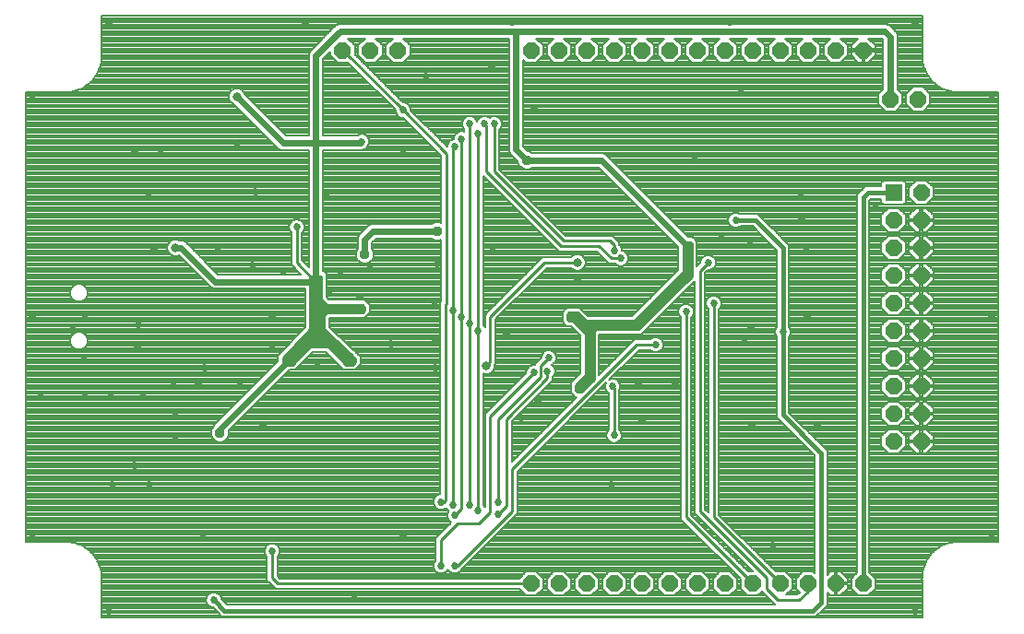
<source format=gbl>
G75*
G70*
%OFA0B0*%
%FSLAX24Y24*%
%IPPOS*%
%LPD*%
%AMOC8*
5,1,8,0,0,1.08239X$1,22.5*
%
%ADD10OC8,0.0600*%
%ADD11R,0.0600X0.0600*%
%ADD12C,0.0080*%
%ADD13C,0.0270*%
%ADD14C,0.0375*%
%ADD15C,0.0100*%
%ADD16C,0.0240*%
%ADD17C,0.0320*%
%ADD18C,0.0160*%
%ADD19C,0.0150*%
D10*
X024023Y004795D03*
X025023Y004795D03*
X026023Y004795D03*
X027023Y004795D03*
X028023Y004795D03*
X029023Y004795D03*
X030023Y004795D03*
X031023Y004795D03*
X032023Y004795D03*
X033023Y004795D03*
X034023Y004795D03*
X035023Y004795D03*
X036023Y004795D03*
X037122Y009940D03*
X038122Y009940D03*
X038122Y010940D03*
X037122Y010940D03*
X037122Y011940D03*
X038122Y011940D03*
X038122Y012940D03*
X037122Y012940D03*
X037122Y013940D03*
X038122Y013940D03*
X038122Y014940D03*
X037122Y014940D03*
X037122Y015940D03*
X038122Y015940D03*
X038122Y016940D03*
X037122Y016940D03*
X037122Y017940D03*
X038122Y017940D03*
X038122Y018940D03*
X038004Y022314D03*
X037004Y022314D03*
X036023Y024086D03*
X035023Y024086D03*
X034023Y024086D03*
X033023Y024086D03*
X032023Y024086D03*
X031023Y024086D03*
X030023Y024086D03*
X029023Y024086D03*
X028023Y024086D03*
X027023Y024086D03*
X026023Y024086D03*
X025023Y024086D03*
X024023Y024086D03*
X019212Y024086D03*
X018212Y024086D03*
X017212Y024086D03*
D11*
X037122Y018940D03*
D12*
X008510Y004939D02*
X008510Y003557D01*
X038151Y003557D01*
X038151Y004939D01*
X038147Y004944D01*
X038151Y004997D01*
X038151Y005049D01*
X038155Y005054D01*
X038160Y005123D01*
X038154Y005133D01*
X038164Y005180D01*
X038168Y005227D01*
X038176Y005235D01*
X038192Y005309D01*
X038187Y005319D01*
X038204Y005364D01*
X038214Y005411D01*
X038224Y005417D01*
X038250Y005487D01*
X038247Y005498D01*
X038270Y005540D01*
X038287Y005585D01*
X038297Y005590D01*
X038333Y005656D01*
X038332Y005668D01*
X038360Y005706D01*
X038383Y005748D01*
X038394Y005751D01*
X038440Y005811D01*
X038440Y005823D01*
X038474Y005857D01*
X038502Y005895D01*
X038513Y005897D01*
X038567Y005950D01*
X038568Y005961D01*
X038607Y005990D01*
X038641Y006024D01*
X038652Y006024D01*
X038712Y006069D01*
X038716Y006080D01*
X038758Y006103D01*
X038796Y006132D01*
X038807Y006130D01*
X038874Y006166D01*
X038878Y006177D01*
X038923Y006193D01*
X038965Y006216D01*
X038976Y006213D01*
X039047Y006240D01*
X039053Y006249D01*
X039100Y006259D01*
X039145Y006276D01*
X039155Y006271D01*
X039229Y006287D01*
X039236Y006296D01*
X039284Y006299D01*
X039331Y006310D01*
X039341Y006304D01*
X039410Y006308D01*
X039414Y006313D01*
X039467Y006313D01*
X039520Y006316D01*
X039524Y006313D01*
X040907Y006313D01*
X040907Y022568D01*
X039524Y022568D01*
X039520Y022564D01*
X039467Y022568D01*
X039414Y022568D01*
X039410Y022572D01*
X039341Y022577D01*
X039331Y022571D01*
X039284Y022581D01*
X039236Y022585D01*
X039229Y022593D01*
X039155Y022609D01*
X039145Y022604D01*
X039100Y022621D01*
X039053Y022631D01*
X039047Y022641D01*
X038976Y022667D01*
X038965Y022664D01*
X038923Y022687D01*
X038878Y022704D01*
X038874Y022714D01*
X038807Y022750D01*
X038796Y022749D01*
X038758Y022777D01*
X038716Y022800D01*
X038712Y022811D01*
X038652Y022857D01*
X038641Y022857D01*
X038607Y022891D01*
X038568Y022919D01*
X038567Y022930D01*
X038513Y022984D01*
X038502Y022985D01*
X038474Y023024D01*
X038440Y023058D01*
X038440Y023069D01*
X038394Y023129D01*
X038383Y023133D01*
X038360Y023175D01*
X038332Y023213D01*
X038333Y023224D01*
X038297Y023291D01*
X038287Y023295D01*
X038270Y023340D01*
X038247Y023382D01*
X038250Y023393D01*
X038224Y023464D01*
X038214Y023470D01*
X038204Y023517D01*
X038187Y023562D01*
X038192Y023572D01*
X038176Y023646D01*
X038168Y023653D01*
X038164Y023701D01*
X038154Y023748D01*
X038160Y023758D01*
X038155Y023827D01*
X038151Y023831D01*
X038151Y023884D01*
X038147Y023937D01*
X038151Y023941D01*
X038151Y025324D01*
X008510Y025324D01*
X008510Y023941D01*
X008514Y023937D01*
X008510Y023884D01*
X008510Y023831D01*
X008506Y023827D01*
X008501Y023758D01*
X008507Y023748D01*
X008497Y023701D01*
X008493Y023653D01*
X008485Y023646D01*
X008469Y023572D01*
X008473Y023562D01*
X008457Y023517D01*
X008446Y023470D01*
X008437Y023464D01*
X008410Y023393D01*
X008414Y023382D01*
X008391Y023340D01*
X008374Y023295D01*
X008364Y023291D01*
X008327Y023224D01*
X008329Y023213D01*
X008300Y023175D01*
X008277Y023133D01*
X008266Y023129D01*
X008221Y023069D01*
X008221Y023058D01*
X008187Y023024D01*
X008159Y022985D01*
X008147Y022984D01*
X008094Y022930D01*
X008092Y022919D01*
X008054Y022891D01*
X008020Y022857D01*
X008009Y022857D01*
X007948Y022811D01*
X007945Y022800D01*
X007903Y022777D01*
X007865Y022749D01*
X007853Y022750D01*
X007787Y022714D01*
X007783Y022704D01*
X007738Y022687D01*
X007695Y022664D01*
X007685Y022667D01*
X007614Y022641D01*
X007608Y022631D01*
X007561Y022621D01*
X007516Y022604D01*
X007506Y022609D01*
X007432Y022593D01*
X007425Y022585D01*
X007377Y022581D01*
X007330Y022571D01*
X007320Y022577D01*
X007251Y022572D01*
X007247Y022568D01*
X007194Y022568D01*
X007141Y022564D01*
X007136Y022568D01*
X005754Y022568D01*
X005754Y006313D01*
X007136Y006313D01*
X007141Y006316D01*
X007194Y006313D01*
X007247Y006313D01*
X007251Y006308D01*
X007320Y006304D01*
X007330Y006310D01*
X007377Y006299D01*
X007425Y006296D01*
X007432Y006287D01*
X007506Y006271D01*
X007516Y006276D01*
X007561Y006259D01*
X007608Y006249D01*
X007614Y006240D01*
X007685Y006213D01*
X007695Y006216D01*
X007738Y006193D01*
X007783Y006177D01*
X007787Y006166D01*
X007853Y006130D01*
X007865Y006132D01*
X007903Y006103D01*
X007945Y006080D01*
X007948Y006069D01*
X008009Y006024D01*
X008020Y006024D01*
X008054Y005990D01*
X008092Y005961D01*
X008094Y005950D01*
X008147Y005897D01*
X008159Y005895D01*
X008187Y005857D01*
X008221Y005823D01*
X008221Y005811D01*
X008266Y005751D01*
X008277Y005748D01*
X008300Y005706D01*
X008329Y005668D01*
X008327Y005656D01*
X008364Y005590D01*
X008374Y005585D01*
X008391Y005540D01*
X008414Y005498D01*
X008410Y005487D01*
X008437Y005417D01*
X008446Y005411D01*
X008457Y005364D01*
X008473Y005319D01*
X008469Y005309D01*
X008485Y005235D01*
X008493Y005227D01*
X008497Y005180D01*
X008507Y005133D01*
X008501Y005123D01*
X008506Y005054D01*
X008510Y005049D01*
X008510Y004997D01*
X008514Y004944D01*
X008510Y004939D01*
X008510Y004909D02*
X014483Y004909D01*
X014479Y004913D02*
X014590Y004801D01*
X014787Y004605D01*
X014945Y004605D01*
X023591Y004605D01*
X023841Y004355D01*
X024206Y004355D01*
X024463Y004612D01*
X024463Y004977D01*
X024206Y005235D01*
X023841Y005235D01*
X023591Y004985D01*
X014945Y004985D01*
X014859Y005070D01*
X014859Y005777D01*
X014902Y005820D01*
X014944Y005921D01*
X014944Y006030D01*
X014902Y006131D01*
X014825Y006209D01*
X014724Y006251D01*
X014614Y006251D01*
X014513Y006209D01*
X014436Y006131D01*
X014394Y006030D01*
X014394Y005921D01*
X014436Y005820D01*
X014479Y005777D01*
X014479Y004913D01*
X014479Y004988D02*
X008510Y004988D01*
X008505Y005066D02*
X014479Y005066D01*
X014479Y005145D02*
X008504Y005145D01*
X008494Y005223D02*
X014479Y005223D01*
X014479Y005302D02*
X008470Y005302D01*
X008453Y005380D02*
X014479Y005380D01*
X014479Y005459D02*
X008421Y005459D01*
X008392Y005537D02*
X014479Y005537D01*
X014479Y005616D02*
X008349Y005616D01*
X008309Y005694D02*
X014479Y005694D01*
X014479Y005773D02*
X008250Y005773D01*
X008193Y005852D02*
X014423Y005852D01*
X014394Y005930D02*
X008114Y005930D01*
X008036Y006009D02*
X014394Y006009D01*
X014417Y006087D02*
X007932Y006087D01*
X007789Y006166D02*
X014470Y006166D01*
X014599Y006244D02*
X007611Y006244D01*
X005754Y006323D02*
X020581Y006323D01*
X020581Y006291D02*
X020581Y005633D01*
X020538Y005590D01*
X020496Y005489D01*
X020496Y005380D01*
X014859Y005380D01*
X014859Y005302D02*
X020529Y005302D01*
X020538Y005279D02*
X020616Y005201D01*
X020717Y005159D01*
X020826Y005159D01*
X020927Y005201D01*
X021004Y005279D01*
X021017Y005310D01*
X021030Y005279D01*
X021108Y005201D01*
X021209Y005159D01*
X021318Y005159D01*
X021419Y005201D01*
X021497Y005279D01*
X021512Y005316D01*
X021552Y005356D01*
X023520Y007324D01*
X023520Y007482D01*
X023520Y008850D01*
X026726Y012056D01*
X026697Y011985D01*
X026697Y011876D01*
X026739Y011775D01*
X026816Y011697D01*
X026831Y011691D01*
X026831Y010358D01*
X026788Y010315D01*
X026746Y010214D01*
X026746Y010104D01*
X026788Y010003D01*
X026866Y009926D01*
X026967Y009884D01*
X027076Y009884D01*
X027177Y009926D01*
X027254Y010003D01*
X027296Y010104D01*
X027296Y010214D01*
X027254Y010315D01*
X027211Y010358D01*
X027211Y011789D01*
X027247Y011876D01*
X027247Y011985D01*
X027205Y012086D01*
X027128Y012164D01*
X027027Y012205D01*
X026917Y012205D01*
X026847Y012176D01*
X027921Y013250D01*
X028323Y013250D01*
X028366Y013207D01*
X028467Y013165D01*
X028576Y013165D01*
X028677Y013207D01*
X028755Y013285D01*
X028797Y013386D01*
X028797Y013495D01*
X028755Y013596D01*
X028677Y013673D01*
X028576Y013715D01*
X028467Y013715D01*
X028366Y013673D01*
X028323Y013630D01*
X027921Y013630D01*
X027763Y013630D01*
X026473Y012340D01*
X026473Y013807D01*
X027986Y013807D01*
X028097Y013919D01*
X029932Y015753D01*
X029932Y007482D01*
X029932Y007324D01*
X032021Y005235D01*
X031852Y005235D01*
X029812Y007275D01*
X029812Y014441D01*
X029855Y014485D01*
X029897Y014586D01*
X029897Y014695D01*
X029855Y014796D01*
X029777Y014873D01*
X029676Y014915D01*
X029567Y014915D01*
X029466Y014873D01*
X029389Y014796D01*
X029347Y014695D01*
X029347Y014586D01*
X029389Y014485D01*
X029432Y014441D01*
X029432Y007275D01*
X029432Y007117D01*
X031583Y004966D01*
X031583Y004612D01*
X031841Y004355D01*
X032206Y004355D01*
X032357Y004506D01*
X032454Y004408D01*
X032823Y004039D01*
X013029Y004039D01*
X012828Y004240D01*
X012828Y004259D01*
X012786Y004360D01*
X012709Y004437D01*
X012608Y004479D01*
X012498Y004479D01*
X012397Y004437D01*
X012320Y004360D01*
X012278Y004259D01*
X012278Y004149D01*
X012320Y004048D01*
X012397Y003971D01*
X012498Y003929D01*
X012517Y003929D01*
X012717Y003728D01*
X012846Y003599D01*
X034124Y003599D01*
X034307Y003599D01*
X034593Y003886D01*
X034722Y004015D01*
X034722Y004474D01*
X034841Y004355D01*
X034983Y004355D01*
X034983Y004754D01*
X035063Y004754D01*
X035063Y004355D01*
X035206Y004355D01*
X035463Y004612D01*
X035463Y004755D01*
X035063Y004755D01*
X035063Y004835D01*
X034983Y004835D01*
X034983Y005235D01*
X034841Y005235D01*
X034722Y005115D01*
X034722Y009426D01*
X034722Y009608D01*
X033344Y010986D01*
X033344Y013730D01*
X033357Y013743D01*
X033399Y013844D01*
X033399Y013954D01*
X033357Y014055D01*
X033344Y014068D01*
X033344Y016847D01*
X033344Y017029D01*
X032717Y017656D01*
X032710Y017656D01*
X032211Y018155D01*
X032033Y018155D01*
X031596Y018155D01*
X031577Y018173D01*
X031476Y018215D01*
X031367Y018215D01*
X031266Y018173D01*
X031189Y018096D01*
X031147Y017995D01*
X031147Y017886D01*
X031189Y017785D01*
X031266Y017707D01*
X031367Y017665D01*
X031476Y017665D01*
X031577Y017707D01*
X031596Y017725D01*
X032033Y017725D01*
X032406Y017352D01*
X032406Y017345D01*
X032904Y016847D01*
X032904Y014068D01*
X032891Y014055D01*
X032849Y013954D01*
X032849Y013844D01*
X032891Y013743D01*
X032904Y013730D01*
X032904Y010986D01*
X032904Y010804D01*
X034282Y009426D01*
X034282Y005158D01*
X034206Y005235D01*
X033841Y005235D01*
X033583Y004977D01*
X033583Y004612D01*
X033719Y004477D01*
X033636Y004394D01*
X033245Y004394D01*
X033463Y004612D01*
X033463Y004977D01*
X033206Y005235D01*
X032852Y005235D01*
X030812Y007275D01*
X030812Y014741D01*
X030855Y014785D01*
X030897Y014886D01*
X030897Y014995D01*
X030855Y015096D01*
X030777Y015173D01*
X030676Y015215D01*
X030567Y015215D01*
X030466Y015173D01*
X030389Y015096D01*
X030347Y014995D01*
X030347Y014886D01*
X030389Y014785D01*
X030432Y014741D01*
X030432Y007362D01*
X030312Y007482D01*
X030312Y016035D01*
X030411Y016134D01*
X030472Y016134D01*
X030573Y016176D01*
X030650Y016253D01*
X030692Y016354D01*
X030692Y016464D01*
X030650Y016565D01*
X030573Y016642D01*
X030472Y016684D01*
X030362Y016684D01*
X030261Y016642D01*
X030184Y016565D01*
X030142Y016464D01*
X030142Y016403D01*
X030043Y016304D01*
X030016Y016277D01*
X030016Y017176D01*
X029905Y017288D01*
X029856Y017337D01*
X029709Y017337D01*
X026726Y020320D01*
X026630Y020360D01*
X026527Y020360D01*
X024075Y020360D01*
X024057Y020377D01*
X023937Y020427D01*
X023912Y020427D01*
X023738Y020601D01*
X023738Y023749D01*
X023841Y023646D01*
X024206Y023646D01*
X024463Y023904D01*
X024463Y024268D01*
X024216Y024515D01*
X024830Y024515D01*
X024583Y024268D01*
X024583Y023904D01*
X024841Y023646D01*
X025206Y023646D01*
X025463Y023904D01*
X025463Y024268D01*
X025216Y024515D01*
X025830Y024515D01*
X025583Y024268D01*
X025583Y023904D01*
X025841Y023646D01*
X026206Y023646D01*
X026463Y023904D01*
X026463Y024268D01*
X026216Y024515D01*
X026830Y024515D01*
X026583Y024268D01*
X026583Y023904D01*
X026841Y023646D01*
X027206Y023646D01*
X027463Y023904D01*
X027463Y024268D01*
X027216Y024515D01*
X027830Y024515D01*
X027583Y024268D01*
X027583Y023904D01*
X027841Y023646D01*
X028206Y023646D01*
X028463Y023904D01*
X028463Y024268D01*
X028216Y024515D01*
X028830Y024515D01*
X028583Y024268D01*
X028583Y023904D01*
X028841Y023646D01*
X029206Y023646D01*
X029463Y023904D01*
X029463Y024268D01*
X029216Y024515D01*
X029830Y024515D01*
X029583Y024268D01*
X029583Y023904D01*
X029841Y023646D01*
X030206Y023646D01*
X030463Y023904D01*
X030463Y024268D01*
X030216Y024515D01*
X030830Y024515D01*
X030583Y024268D01*
X030583Y023904D01*
X030841Y023646D01*
X031206Y023646D01*
X031463Y023904D01*
X031463Y024268D01*
X031216Y024515D01*
X031830Y024515D01*
X031583Y024268D01*
X031583Y023904D01*
X031841Y023646D01*
X032206Y023646D01*
X032463Y023904D01*
X032463Y024268D01*
X032216Y024515D01*
X032830Y024515D01*
X032583Y024268D01*
X032583Y023904D01*
X032841Y023646D01*
X033206Y023646D01*
X033463Y023904D01*
X033463Y024268D01*
X033216Y024515D01*
X033830Y024515D01*
X033583Y024268D01*
X033583Y023904D01*
X033841Y023646D01*
X034206Y023646D01*
X034463Y023904D01*
X034463Y024268D01*
X034216Y024515D01*
X034830Y024515D01*
X034583Y024268D01*
X034583Y023904D01*
X034841Y023646D01*
X035206Y023646D01*
X035463Y023904D01*
X035463Y024268D01*
X035216Y024515D01*
X035830Y024515D01*
X035583Y024268D01*
X035583Y024126D01*
X035983Y024126D01*
X035983Y024046D01*
X035583Y024046D01*
X035583Y023904D01*
X035841Y023646D01*
X035983Y023646D01*
X035983Y024046D01*
X036063Y024046D01*
X036063Y023646D01*
X036206Y023646D01*
X036463Y023904D01*
X036463Y024046D01*
X036063Y024046D01*
X036063Y024126D01*
X036463Y024126D01*
X036463Y024268D01*
X036216Y024515D01*
X036707Y024515D01*
X036744Y024478D01*
X036744Y022676D01*
X036564Y022497D01*
X036564Y022132D01*
X036821Y021874D01*
X023738Y021874D01*
X023738Y021796D02*
X040907Y021796D01*
X040907Y021874D02*
X038186Y021874D01*
X038444Y022132D01*
X038444Y022497D01*
X038186Y022754D01*
X037821Y022754D01*
X037564Y022497D01*
X037564Y022132D01*
X037821Y021874D01*
X037186Y021874D01*
X037444Y022132D01*
X037444Y022497D01*
X037264Y022676D01*
X037264Y024534D01*
X037264Y024638D01*
X037224Y024733D01*
X037035Y024922D01*
X037035Y024922D01*
X036962Y024995D01*
X036866Y025035D01*
X023530Y025035D01*
X023426Y025035D01*
X017181Y025035D01*
X017078Y025035D01*
X016982Y024995D01*
X016096Y024110D01*
X016023Y024036D01*
X015984Y023941D01*
X015984Y020999D01*
X015170Y020999D01*
X013684Y022486D01*
X013644Y022583D01*
X013559Y022667D01*
X013449Y022713D01*
X013330Y022713D01*
X013219Y022667D01*
X013135Y022583D01*
X013089Y022472D01*
X013089Y022353D01*
X013135Y022243D01*
X013219Y022158D01*
X013316Y022118D01*
X014915Y020519D01*
X015011Y020480D01*
X015114Y020480D01*
X015984Y020480D01*
X015984Y016248D01*
X015745Y016488D01*
X015745Y017489D01*
X015788Y017533D01*
X015830Y017634D01*
X015830Y017743D01*
X015788Y017844D01*
X015711Y017921D01*
X015609Y017963D01*
X015500Y017963D01*
X015399Y017921D01*
X015322Y017844D01*
X015280Y017743D01*
X015280Y017634D01*
X015322Y017533D01*
X015365Y017489D01*
X015365Y016488D01*
X015365Y016330D01*
X015715Y015980D01*
X012710Y015980D01*
X011592Y017097D01*
X011592Y017097D01*
X011519Y017171D01*
X011423Y017210D01*
X011331Y017210D01*
X011235Y017250D01*
X011115Y017250D01*
X011005Y017204D01*
X010921Y017120D01*
X010875Y017010D01*
X010875Y016890D01*
X010921Y016780D01*
X011005Y016696D01*
X011115Y016650D01*
X011235Y016650D01*
X011284Y016671D01*
X012455Y015499D01*
X012550Y015460D01*
X012654Y015460D01*
X015857Y015460D01*
X015857Y014073D01*
X014927Y013097D01*
X014873Y013043D01*
X014873Y013040D01*
X014871Y013038D01*
X014873Y012962D01*
X014873Y012846D01*
X012560Y010534D01*
X012524Y010447D01*
X012503Y010426D01*
X012453Y010305D01*
X012453Y010175D01*
X012503Y010055D01*
X012595Y009963D01*
X012716Y009913D01*
X012846Y009913D01*
X012966Y009963D01*
X013058Y010055D01*
X013108Y010175D01*
X013108Y010305D01*
X013096Y010335D01*
X015290Y012528D01*
X015486Y012528D01*
X015597Y012639D01*
X016126Y013168D01*
X016608Y013168D01*
X017248Y012528D01*
X017405Y012528D01*
X017651Y012528D01*
X017762Y012639D01*
X017861Y012738D01*
X017861Y012895D01*
X017861Y012993D01*
X017750Y013105D01*
X017711Y013143D01*
X017711Y013146D01*
X017656Y013198D01*
X017602Y013252D01*
X017599Y013252D01*
X016729Y014079D01*
X016729Y014398D01*
X017996Y014398D01*
X018107Y014509D01*
X018205Y014608D01*
X018205Y014765D01*
X018205Y014864D01*
X018094Y014975D01*
X017996Y015073D01*
X017838Y015073D01*
X016716Y015073D01*
X016631Y015159D01*
X016631Y015995D01*
X016519Y016107D01*
X016504Y016107D01*
X016504Y020480D01*
X017914Y020480D01*
X018010Y020519D01*
X018026Y020535D01*
X018062Y020550D01*
X018139Y020627D01*
X018181Y020728D01*
X018181Y020838D01*
X018139Y020939D01*
X018062Y021016D01*
X017961Y021058D01*
X017851Y021058D01*
X017750Y021016D01*
X017734Y020999D01*
X016504Y020999D01*
X016504Y023781D01*
X016772Y024050D01*
X016772Y023904D01*
X017030Y023646D01*
X017394Y023646D01*
X017397Y023648D01*
X019118Y021927D01*
X019118Y021866D01*
X019160Y021765D01*
X019238Y021687D01*
X019339Y021646D01*
X019400Y021646D01*
X020778Y020267D01*
X020778Y017831D01*
X020689Y017868D01*
X020559Y017868D01*
X020438Y017818D01*
X020420Y017801D01*
X018259Y017801D01*
X018163Y017761D01*
X018090Y017688D01*
X017795Y017393D01*
X017755Y017297D01*
X017755Y017194D01*
X017755Y016907D01*
X017738Y016890D01*
X017688Y016769D01*
X016504Y016769D01*
X016504Y016691D02*
X017688Y016691D01*
X017688Y016639D02*
X017738Y016519D01*
X017830Y016426D01*
X017950Y016377D01*
X018081Y016377D01*
X018201Y016426D01*
X018293Y016519D01*
X018343Y016639D01*
X018343Y016769D01*
X020778Y016769D01*
X020778Y016691D02*
X018343Y016691D01*
X018343Y016769D02*
X018293Y016890D01*
X018275Y016907D01*
X018275Y017138D01*
X018418Y017281D01*
X020420Y017281D01*
X020438Y017263D01*
X020559Y017213D01*
X020689Y017213D01*
X020778Y017250D01*
X020778Y015011D01*
X020729Y014962D01*
X020729Y014804D01*
X020729Y008022D01*
X020717Y008022D01*
X020616Y007981D01*
X020538Y007903D01*
X020496Y007802D01*
X020496Y007693D01*
X020538Y007592D01*
X020616Y007514D01*
X020717Y007472D01*
X020826Y007472D01*
X020927Y007514D01*
X020959Y007546D01*
X020981Y007493D01*
X021047Y007428D01*
X021030Y007411D01*
X020988Y007310D01*
X020988Y007201D01*
X021030Y007099D01*
X021108Y007022D01*
X021141Y007008D01*
X020581Y006448D01*
X020581Y006291D01*
X020581Y006244D02*
X014739Y006244D01*
X014868Y006166D02*
X020581Y006166D01*
X020581Y006087D02*
X014920Y006087D01*
X014944Y006009D02*
X020581Y006009D01*
X020581Y005930D02*
X014944Y005930D01*
X014915Y005852D02*
X020581Y005852D01*
X020581Y005773D02*
X014859Y005773D01*
X014859Y005694D02*
X020581Y005694D01*
X020564Y005616D02*
X014859Y005616D01*
X014859Y005537D02*
X020516Y005537D01*
X020496Y005459D02*
X014859Y005459D01*
X014859Y005223D02*
X020594Y005223D01*
X020538Y005279D02*
X020496Y005380D01*
X020949Y005223D02*
X021086Y005223D01*
X021021Y005302D02*
X021014Y005302D01*
X021441Y005223D02*
X023830Y005223D01*
X023751Y005145D02*
X014859Y005145D01*
X014863Y005066D02*
X023673Y005066D01*
X023594Y004988D02*
X014942Y004988D01*
X014640Y004752D02*
X008510Y004752D01*
X008510Y004830D02*
X014561Y004830D01*
X014718Y004673D02*
X008510Y004673D01*
X008510Y004595D02*
X023601Y004595D01*
X023679Y004516D02*
X008510Y004516D01*
X008510Y004438D02*
X012398Y004438D01*
X012319Y004359D02*
X008510Y004359D01*
X008510Y004281D02*
X012287Y004281D01*
X012278Y004202D02*
X008510Y004202D01*
X008510Y004124D02*
X012289Y004124D01*
X012323Y004045D02*
X008510Y004045D01*
X008510Y003966D02*
X012408Y003966D01*
X012558Y003888D02*
X008510Y003888D01*
X008510Y003809D02*
X012636Y003809D01*
X012715Y003731D02*
X008510Y003731D01*
X008510Y003652D02*
X012793Y003652D01*
X013023Y004045D02*
X032817Y004045D01*
X032739Y004124D02*
X012944Y004124D01*
X012866Y004202D02*
X032660Y004202D01*
X032582Y004281D02*
X012819Y004281D01*
X012786Y004359D02*
X023836Y004359D01*
X023758Y004438D02*
X012707Y004438D01*
X008510Y003574D02*
X038151Y003574D01*
X038151Y003652D02*
X034359Y003652D01*
X034438Y003731D02*
X038151Y003731D01*
X038151Y003809D02*
X034516Y003809D01*
X034595Y003888D02*
X038151Y003888D01*
X038151Y003966D02*
X034674Y003966D01*
X034722Y004045D02*
X038151Y004045D01*
X038151Y004124D02*
X034722Y004124D01*
X034722Y004202D02*
X038151Y004202D01*
X038151Y004281D02*
X034722Y004281D01*
X034722Y004359D02*
X034836Y004359D01*
X034758Y004438D02*
X034722Y004438D01*
X034983Y004438D02*
X035063Y004438D01*
X035063Y004516D02*
X034983Y004516D01*
X034983Y004595D02*
X035063Y004595D01*
X035063Y004673D02*
X034983Y004673D01*
X034983Y004752D02*
X035063Y004752D01*
X035063Y004830D02*
X035583Y004830D01*
X035583Y004752D02*
X035463Y004752D01*
X035463Y004673D02*
X035583Y004673D01*
X035583Y004612D02*
X035841Y004355D01*
X036206Y004355D01*
X036463Y004612D01*
X036463Y004977D01*
X036242Y005198D01*
X036242Y005575D01*
X036242Y018674D01*
X036288Y018720D01*
X036682Y018720D01*
X036682Y018582D01*
X036764Y018500D01*
X037480Y018500D01*
X037562Y018582D01*
X037562Y019298D01*
X037480Y019380D01*
X036764Y019380D01*
X036682Y019298D01*
X036682Y019160D01*
X036288Y019160D01*
X036105Y019160D01*
X035802Y018857D01*
X035802Y018674D01*
X035802Y005671D01*
X035802Y005671D01*
X035802Y005575D01*
X035802Y005489D01*
X035803Y005196D01*
X035583Y004977D01*
X035583Y004612D01*
X035601Y004595D02*
X035446Y004595D01*
X035367Y004516D02*
X035679Y004516D01*
X035758Y004438D02*
X035289Y004438D01*
X035210Y004359D02*
X035836Y004359D01*
X036210Y004359D02*
X038151Y004359D01*
X038151Y004438D02*
X036289Y004438D01*
X036367Y004516D02*
X038151Y004516D01*
X038151Y004595D02*
X036446Y004595D01*
X036463Y004673D02*
X038151Y004673D01*
X038151Y004752D02*
X036463Y004752D01*
X036463Y004830D02*
X038151Y004830D01*
X038151Y004909D02*
X036463Y004909D01*
X036453Y004988D02*
X038150Y004988D01*
X038156Y005066D02*
X036374Y005066D01*
X036295Y005145D02*
X038157Y005145D01*
X038167Y005223D02*
X036242Y005223D01*
X036242Y005302D02*
X038191Y005302D01*
X038208Y005380D02*
X036242Y005380D01*
X036242Y005459D02*
X038240Y005459D01*
X038268Y005537D02*
X036242Y005537D01*
X036242Y005616D02*
X038311Y005616D01*
X038352Y005694D02*
X036242Y005694D01*
X036242Y005773D02*
X038411Y005773D01*
X038468Y005852D02*
X036242Y005852D01*
X036242Y005930D02*
X038547Y005930D01*
X038625Y006009D02*
X036242Y006009D01*
X036242Y006087D02*
X038728Y006087D01*
X038872Y006166D02*
X036242Y006166D01*
X036242Y006244D02*
X039050Y006244D01*
X040907Y006323D02*
X036242Y006323D01*
X036242Y006401D02*
X040907Y006401D01*
X040907Y006480D02*
X036242Y006480D01*
X036242Y006558D02*
X040907Y006558D01*
X040907Y006637D02*
X036242Y006637D01*
X036242Y006716D02*
X040907Y006716D01*
X040907Y006794D02*
X036242Y006794D01*
X036242Y006873D02*
X040907Y006873D01*
X040907Y006951D02*
X036242Y006951D01*
X036242Y007030D02*
X040907Y007030D01*
X040907Y007108D02*
X036242Y007108D01*
X036242Y007187D02*
X040907Y007187D01*
X040907Y007265D02*
X036242Y007265D01*
X036242Y007344D02*
X040907Y007344D01*
X040907Y007422D02*
X036242Y007422D01*
X036242Y007501D02*
X040907Y007501D01*
X040907Y007579D02*
X036242Y007579D01*
X036242Y007658D02*
X040907Y007658D01*
X040907Y007737D02*
X036242Y007737D01*
X036242Y007815D02*
X040907Y007815D01*
X040907Y007894D02*
X036242Y007894D01*
X036242Y007972D02*
X040907Y007972D01*
X040907Y008051D02*
X036242Y008051D01*
X036242Y008129D02*
X040907Y008129D01*
X040907Y008208D02*
X036242Y008208D01*
X036242Y008286D02*
X040907Y008286D01*
X040907Y008365D02*
X036242Y008365D01*
X036242Y008443D02*
X040907Y008443D01*
X040907Y008522D02*
X036242Y008522D01*
X036242Y008601D02*
X040907Y008601D01*
X040907Y008679D02*
X036242Y008679D01*
X036242Y008758D02*
X040907Y008758D01*
X040907Y008836D02*
X036242Y008836D01*
X036242Y008915D02*
X040907Y008915D01*
X040907Y008993D02*
X036242Y008993D01*
X036242Y009072D02*
X040907Y009072D01*
X040907Y009150D02*
X036242Y009150D01*
X036242Y009229D02*
X040907Y009229D01*
X040907Y009307D02*
X036242Y009307D01*
X036242Y009386D02*
X040907Y009386D01*
X040907Y009465D02*
X036242Y009465D01*
X036242Y009543D02*
X036897Y009543D01*
X036939Y009500D02*
X036682Y009758D01*
X036682Y010123D01*
X036939Y010380D01*
X037304Y010380D01*
X037562Y010123D01*
X037562Y009758D01*
X037304Y009500D01*
X036939Y009500D01*
X036818Y009622D02*
X036242Y009622D01*
X036242Y009700D02*
X036740Y009700D01*
X036682Y009779D02*
X036242Y009779D01*
X036242Y009857D02*
X036682Y009857D01*
X036682Y009936D02*
X036242Y009936D01*
X036242Y010014D02*
X036682Y010014D01*
X036682Y010093D02*
X036242Y010093D01*
X036242Y010171D02*
X036731Y010171D01*
X036809Y010250D02*
X036242Y010250D01*
X036242Y010329D02*
X036888Y010329D01*
X036939Y010500D02*
X037304Y010500D01*
X037562Y010758D01*
X037562Y011123D01*
X037304Y011380D01*
X036939Y011380D01*
X036682Y011123D01*
X036682Y010758D01*
X036939Y010500D01*
X036876Y010564D02*
X036242Y010564D01*
X036242Y010486D02*
X040907Y010486D01*
X040907Y010564D02*
X038368Y010564D01*
X038304Y010500D02*
X038562Y010758D01*
X038562Y010900D01*
X038162Y010900D01*
X038162Y010980D01*
X038562Y010980D01*
X038562Y011123D01*
X038304Y011380D01*
X038162Y011380D01*
X038162Y010980D01*
X038082Y010980D01*
X038082Y010900D01*
X038162Y010900D01*
X038162Y010500D01*
X038304Y010500D01*
X038304Y010380D02*
X038162Y010380D01*
X038162Y009980D01*
X038562Y009980D01*
X038562Y010123D01*
X038304Y010380D01*
X038356Y010329D02*
X040907Y010329D01*
X040907Y010407D02*
X036242Y010407D01*
X036242Y010643D02*
X036797Y010643D01*
X036719Y010721D02*
X036242Y010721D01*
X036242Y010800D02*
X036682Y010800D01*
X036682Y010878D02*
X036242Y010878D01*
X036242Y010957D02*
X036682Y010957D01*
X036682Y011035D02*
X036242Y011035D01*
X036242Y011114D02*
X036682Y011114D01*
X036752Y011192D02*
X036242Y011192D01*
X036242Y011271D02*
X036830Y011271D01*
X036909Y011350D02*
X036242Y011350D01*
X036242Y011428D02*
X040907Y011428D01*
X040907Y011350D02*
X038335Y011350D01*
X038413Y011271D02*
X040907Y011271D01*
X040907Y011192D02*
X038492Y011192D01*
X038562Y011114D02*
X040907Y011114D01*
X040907Y011035D02*
X038562Y011035D01*
X038562Y010878D02*
X040907Y010878D01*
X040907Y010800D02*
X038562Y010800D01*
X038525Y010721D02*
X040907Y010721D01*
X040907Y010643D02*
X038446Y010643D01*
X038162Y010643D02*
X038082Y010643D01*
X038082Y010721D02*
X038162Y010721D01*
X038162Y010800D02*
X038082Y010800D01*
X038082Y010878D02*
X038162Y010878D01*
X038162Y010957D02*
X040907Y010957D01*
X040907Y011507D02*
X038310Y011507D01*
X038304Y011500D02*
X038562Y011758D01*
X038562Y011900D01*
X038162Y011900D01*
X038162Y011980D01*
X038562Y011980D01*
X038562Y012123D01*
X038304Y012380D01*
X038162Y012380D01*
X038162Y011980D01*
X038082Y011980D01*
X038082Y011900D01*
X038162Y011900D01*
X038162Y011500D01*
X038304Y011500D01*
X038389Y011585D02*
X040907Y011585D01*
X040907Y011664D02*
X038467Y011664D01*
X038546Y011742D02*
X040907Y011742D01*
X040907Y011821D02*
X038562Y011821D01*
X038562Y011899D02*
X040907Y011899D01*
X040907Y011978D02*
X038162Y011978D01*
X038162Y012056D02*
X038082Y012056D01*
X038082Y011980D02*
X038082Y012380D01*
X037939Y012380D01*
X037682Y012123D01*
X037682Y011980D01*
X038082Y011980D01*
X038082Y011978D02*
X037562Y011978D01*
X037562Y012056D02*
X037682Y012056D01*
X037694Y012135D02*
X037549Y012135D01*
X037562Y012123D02*
X037304Y012380D01*
X036939Y012380D01*
X036682Y012123D01*
X036682Y011758D01*
X036939Y011500D01*
X037304Y011500D01*
X037562Y011758D01*
X037562Y012123D01*
X037471Y012214D02*
X037773Y012214D01*
X037851Y012292D02*
X037392Y012292D01*
X037314Y012371D02*
X037930Y012371D01*
X037939Y012500D02*
X037682Y012758D01*
X037682Y012900D01*
X038082Y012900D01*
X038162Y012900D01*
X038162Y012980D01*
X038562Y012980D01*
X038562Y013123D01*
X038304Y013380D01*
X038162Y013380D01*
X038162Y012980D01*
X038082Y012980D01*
X038082Y012900D01*
X038082Y012500D01*
X037939Y012500D01*
X037912Y012528D02*
X037331Y012528D01*
X037304Y012500D02*
X037562Y012758D01*
X037562Y013123D01*
X037304Y013380D01*
X036939Y013380D01*
X036682Y013123D01*
X036682Y012758D01*
X036939Y012500D01*
X037304Y012500D01*
X037410Y012606D02*
X037834Y012606D01*
X037755Y012685D02*
X037488Y012685D01*
X037562Y012763D02*
X037682Y012763D01*
X037682Y012842D02*
X037562Y012842D01*
X037562Y012920D02*
X038082Y012920D01*
X038082Y012980D02*
X037682Y012980D01*
X037682Y013123D01*
X037939Y013380D01*
X038082Y013380D01*
X038082Y012980D01*
X038082Y012999D02*
X038162Y012999D01*
X038162Y013078D02*
X038082Y013078D01*
X038082Y013156D02*
X038162Y013156D01*
X038162Y013235D02*
X038082Y013235D01*
X038082Y013313D02*
X038162Y013313D01*
X038162Y013500D02*
X038304Y013500D01*
X038562Y013758D01*
X038562Y013900D01*
X038162Y013900D01*
X038162Y013980D01*
X038562Y013980D01*
X038562Y014123D01*
X038304Y014380D01*
X038162Y014380D01*
X038162Y013980D01*
X038082Y013980D01*
X038082Y013900D01*
X038162Y013900D01*
X038162Y013500D01*
X038162Y013549D02*
X038082Y013549D01*
X038082Y013500D02*
X038082Y013900D01*
X037682Y013900D01*
X037682Y013758D01*
X037939Y013500D01*
X038082Y013500D01*
X038082Y013627D02*
X038162Y013627D01*
X038162Y013706D02*
X038082Y013706D01*
X038082Y013784D02*
X038162Y013784D01*
X038162Y013863D02*
X038082Y013863D01*
X038082Y013941D02*
X037562Y013941D01*
X037562Y013863D02*
X037682Y013863D01*
X037682Y013784D02*
X037562Y013784D01*
X037562Y013758D02*
X037304Y013500D01*
X036939Y013500D01*
X036682Y013758D01*
X036682Y014123D01*
X036939Y014380D01*
X037304Y014380D01*
X037562Y014123D01*
X037562Y013758D01*
X037509Y013706D02*
X037734Y013706D01*
X037812Y013627D02*
X037431Y013627D01*
X037352Y013549D02*
X037891Y013549D01*
X037872Y013313D02*
X037371Y013313D01*
X037450Y013235D02*
X037794Y013235D01*
X037715Y013156D02*
X037528Y013156D01*
X037562Y013078D02*
X037682Y013078D01*
X037682Y012999D02*
X037562Y012999D01*
X038082Y012842D02*
X038162Y012842D01*
X038162Y012900D02*
X038162Y012500D01*
X038304Y012500D01*
X038562Y012758D01*
X038562Y012900D01*
X038162Y012900D01*
X038162Y012920D02*
X040907Y012920D01*
X040907Y012842D02*
X038562Y012842D01*
X038562Y012763D02*
X040907Y012763D01*
X040907Y012685D02*
X038488Y012685D01*
X038410Y012606D02*
X040907Y012606D01*
X040907Y012528D02*
X038331Y012528D01*
X038314Y012371D02*
X040907Y012371D01*
X040907Y012449D02*
X036242Y012449D01*
X036242Y012371D02*
X036930Y012371D01*
X036851Y012292D02*
X036242Y012292D01*
X036242Y012214D02*
X036773Y012214D01*
X036694Y012135D02*
X036242Y012135D01*
X036242Y012056D02*
X036682Y012056D01*
X036682Y011978D02*
X036242Y011978D01*
X036242Y011899D02*
X036682Y011899D01*
X036682Y011821D02*
X036242Y011821D01*
X036242Y011742D02*
X036698Y011742D01*
X036776Y011664D02*
X036242Y011664D01*
X036242Y011585D02*
X036855Y011585D01*
X036933Y011507D02*
X036242Y011507D01*
X035802Y011507D02*
X033344Y011507D01*
X033344Y011585D02*
X035802Y011585D01*
X035802Y011664D02*
X033344Y011664D01*
X033344Y011742D02*
X035802Y011742D01*
X035802Y011821D02*
X033344Y011821D01*
X033344Y011899D02*
X035802Y011899D01*
X035802Y011978D02*
X033344Y011978D01*
X033344Y012056D02*
X035802Y012056D01*
X035802Y012135D02*
X033344Y012135D01*
X033344Y012214D02*
X035802Y012214D01*
X035802Y012292D02*
X033344Y012292D01*
X033344Y012371D02*
X035802Y012371D01*
X035802Y012449D02*
X033344Y012449D01*
X033344Y012528D02*
X035802Y012528D01*
X035802Y012606D02*
X033344Y012606D01*
X033344Y012685D02*
X035802Y012685D01*
X035802Y012763D02*
X033344Y012763D01*
X033344Y012842D02*
X035802Y012842D01*
X035802Y012920D02*
X033344Y012920D01*
X033344Y012999D02*
X035802Y012999D01*
X035802Y013078D02*
X033344Y013078D01*
X033344Y013156D02*
X035802Y013156D01*
X035802Y013235D02*
X033344Y013235D01*
X033344Y013313D02*
X035802Y013313D01*
X035802Y013392D02*
X033344Y013392D01*
X033344Y013470D02*
X035802Y013470D01*
X035802Y013549D02*
X033344Y013549D01*
X033344Y013627D02*
X035802Y013627D01*
X035802Y013706D02*
X033344Y013706D01*
X033374Y013784D02*
X035802Y013784D01*
X035802Y013863D02*
X033399Y013863D01*
X033399Y013941D02*
X035802Y013941D01*
X035802Y014020D02*
X033371Y014020D01*
X033344Y014099D02*
X035802Y014099D01*
X035802Y014177D02*
X033344Y014177D01*
X033344Y014256D02*
X035802Y014256D01*
X035802Y014334D02*
X033344Y014334D01*
X033344Y014413D02*
X035802Y014413D01*
X035802Y014491D02*
X033344Y014491D01*
X033344Y014570D02*
X035802Y014570D01*
X035802Y014648D02*
X033344Y014648D01*
X033344Y014727D02*
X035802Y014727D01*
X035802Y014805D02*
X033344Y014805D01*
X033344Y014884D02*
X035802Y014884D01*
X035802Y014963D02*
X033344Y014963D01*
X033344Y015041D02*
X035802Y015041D01*
X035802Y015120D02*
X033344Y015120D01*
X033344Y015198D02*
X035802Y015198D01*
X035802Y015277D02*
X033344Y015277D01*
X033344Y015355D02*
X035802Y015355D01*
X035802Y015434D02*
X033344Y015434D01*
X033344Y015512D02*
X035802Y015512D01*
X035802Y015591D02*
X033344Y015591D01*
X033344Y015669D02*
X035802Y015669D01*
X035802Y015748D02*
X033344Y015748D01*
X033344Y015827D02*
X035802Y015827D01*
X035802Y015905D02*
X033344Y015905D01*
X033344Y015984D02*
X035802Y015984D01*
X035802Y016062D02*
X033344Y016062D01*
X033344Y016141D02*
X035802Y016141D01*
X035802Y016219D02*
X033344Y016219D01*
X033344Y016298D02*
X035802Y016298D01*
X035802Y016376D02*
X033344Y016376D01*
X033344Y016455D02*
X035802Y016455D01*
X035802Y016533D02*
X033344Y016533D01*
X033344Y016612D02*
X035802Y016612D01*
X035802Y016691D02*
X033344Y016691D01*
X033344Y016769D02*
X035802Y016769D01*
X035802Y016848D02*
X033344Y016848D01*
X033344Y016926D02*
X035802Y016926D01*
X035802Y017005D02*
X033344Y017005D01*
X033290Y017083D02*
X035802Y017083D01*
X035802Y017162D02*
X033211Y017162D01*
X033133Y017240D02*
X035802Y017240D01*
X035802Y017319D02*
X033054Y017319D01*
X032976Y017397D02*
X035802Y017397D01*
X035802Y017476D02*
X032897Y017476D01*
X032819Y017554D02*
X035802Y017554D01*
X035802Y017633D02*
X032740Y017633D01*
X032654Y017712D02*
X035802Y017712D01*
X035802Y017790D02*
X032576Y017790D01*
X032497Y017869D02*
X035802Y017869D01*
X035802Y017947D02*
X032419Y017947D01*
X032340Y018026D02*
X035802Y018026D01*
X035802Y018104D02*
X032262Y018104D01*
X031555Y018183D02*
X035802Y018183D01*
X035802Y018261D02*
X028784Y018261D01*
X028706Y018340D02*
X035802Y018340D01*
X035802Y018418D02*
X028627Y018418D01*
X028549Y018497D02*
X035802Y018497D01*
X035802Y018576D02*
X028470Y018576D01*
X028392Y018654D02*
X035802Y018654D01*
X035802Y018733D02*
X028313Y018733D01*
X028235Y018811D02*
X035802Y018811D01*
X035835Y018890D02*
X028156Y018890D01*
X028078Y018968D02*
X035913Y018968D01*
X035992Y019047D02*
X027999Y019047D01*
X027920Y019125D02*
X036070Y019125D01*
X036682Y019204D02*
X027842Y019204D01*
X027763Y019282D02*
X036682Y019282D01*
X036744Y019361D02*
X027685Y019361D01*
X027606Y019440D02*
X040907Y019440D01*
X040907Y019518D02*
X027528Y019518D01*
X027449Y019597D02*
X040907Y019597D01*
X040907Y019675D02*
X027371Y019675D01*
X027292Y019754D02*
X040907Y019754D01*
X040907Y019832D02*
X027214Y019832D01*
X027135Y019911D02*
X040907Y019911D01*
X040907Y019989D02*
X027056Y019989D01*
X026978Y020068D02*
X040907Y020068D01*
X040907Y020146D02*
X026899Y020146D01*
X026821Y020225D02*
X040907Y020225D01*
X040907Y020304D02*
X026742Y020304D01*
X026471Y019840D02*
X029341Y016969D01*
X029341Y016143D01*
X027681Y014483D01*
X026067Y014483D01*
X025771Y014778D01*
X025614Y014778D01*
X025319Y014778D01*
X025207Y014667D01*
X025158Y014617D01*
X025158Y014460D01*
X025158Y014263D01*
X025269Y014152D01*
X025319Y014103D01*
X025466Y014103D01*
X025798Y013771D01*
X025798Y012403D01*
X025453Y012058D01*
X025453Y011901D01*
X025453Y011704D01*
X025565Y011593D01*
X025614Y011544D01*
X025677Y011544D01*
X023324Y009190D01*
X023324Y010671D01*
X024800Y012147D01*
X024800Y012273D01*
X024843Y012316D01*
X024885Y012417D01*
X024885Y012526D01*
X024843Y012628D01*
X024766Y012705D01*
X024759Y012708D01*
X024815Y012731D01*
X024892Y012808D01*
X024934Y012909D01*
X024934Y013019D01*
X024892Y013120D01*
X024815Y013197D01*
X024714Y013239D01*
X024604Y013239D01*
X024503Y013197D01*
X024426Y013120D01*
X024384Y013019D01*
X024384Y012958D01*
X024285Y012859D01*
X024174Y012747D01*
X024174Y012697D01*
X024172Y012698D01*
X024063Y012698D01*
X023962Y012656D01*
X023885Y012578D01*
X023843Y012477D01*
X023843Y012416D01*
X022353Y010926D01*
X022353Y010769D01*
X022353Y007560D01*
X022333Y007608D01*
X022290Y007651D01*
X022290Y012388D01*
X022336Y012369D01*
X022455Y012369D01*
X022565Y012414D01*
X022650Y012499D01*
X022695Y012609D01*
X022695Y012700D01*
X022733Y012738D01*
X022733Y014362D01*
X024590Y016219D01*
X025458Y016219D01*
X025523Y016154D01*
X025633Y016109D01*
X025752Y016109D01*
X025863Y016154D01*
X025947Y016239D01*
X025993Y016349D01*
X025993Y016469D01*
X025947Y016579D01*
X025863Y016663D01*
X025752Y016709D01*
X025633Y016709D01*
X025523Y016663D01*
X025458Y016599D01*
X024590Y016599D01*
X024433Y016599D01*
X022464Y014630D01*
X022353Y014519D01*
X022353Y014056D01*
X022333Y014104D01*
X022290Y014147D01*
X022290Y019543D01*
X022317Y019516D01*
X025023Y016809D01*
X025181Y016809D01*
X026401Y016809D01*
X026844Y016366D01*
X027002Y016366D01*
X027069Y016366D01*
X027112Y016323D01*
X027213Y016281D01*
X027322Y016281D01*
X027423Y016323D01*
X027501Y016401D01*
X027542Y016502D01*
X027542Y016611D01*
X027501Y016712D01*
X027423Y016790D01*
X027322Y016831D01*
X027296Y016831D01*
X027296Y016906D01*
X027254Y017007D01*
X027211Y017051D01*
X027211Y017127D01*
X027064Y017275D01*
X026952Y017386D01*
X025279Y017386D01*
X022881Y019785D01*
X022881Y021230D01*
X022924Y021273D01*
X022966Y021374D01*
X022966Y021483D01*
X022924Y021584D01*
X022846Y021662D01*
X022745Y021703D01*
X022636Y021703D01*
X022535Y021662D01*
X022518Y021645D01*
X022502Y021662D01*
X022401Y021703D01*
X022291Y021703D01*
X022190Y021662D01*
X022113Y021584D01*
X022075Y021494D01*
X022038Y021584D01*
X021961Y021662D01*
X021859Y021703D01*
X021750Y021703D01*
X021649Y021662D01*
X021572Y021584D01*
X021530Y021483D01*
X021530Y021374D01*
X021572Y021273D01*
X021615Y021230D01*
X021615Y021141D01*
X021564Y021162D01*
X021455Y021162D01*
X021354Y021120D01*
X021276Y021043D01*
X021235Y020942D01*
X021235Y020867D01*
X021209Y020867D01*
X021108Y020825D01*
X021030Y020748D01*
X020988Y020647D01*
X020988Y020594D01*
X019668Y021914D01*
X019668Y021975D01*
X019626Y022076D01*
X019549Y022154D01*
X019448Y022196D01*
X019387Y022196D01*
X017652Y023930D01*
X017652Y024268D01*
X017405Y024515D01*
X018019Y024515D01*
X017772Y024268D01*
X017772Y023904D01*
X018030Y023646D01*
X018394Y023646D01*
X018652Y023904D01*
X018652Y024268D01*
X018405Y024515D01*
X019019Y024515D01*
X018772Y024268D01*
X018772Y023904D01*
X019030Y023646D01*
X019394Y023646D01*
X019652Y023904D01*
X019652Y024268D01*
X019405Y024515D01*
X023218Y024515D01*
X023218Y020442D01*
X023258Y020346D01*
X023331Y020273D01*
X023544Y020060D01*
X023544Y020035D01*
X023594Y019914D01*
X023686Y019822D01*
X023807Y019772D01*
X023937Y019772D01*
X024057Y019822D01*
X024075Y019840D01*
X026471Y019840D01*
X026478Y019832D02*
X024067Y019832D01*
X023676Y019832D02*
X022881Y019832D01*
X022881Y019911D02*
X023597Y019911D01*
X023563Y019989D02*
X022881Y019989D01*
X022881Y020068D02*
X023536Y020068D01*
X023457Y020146D02*
X022881Y020146D01*
X022881Y020225D02*
X023379Y020225D01*
X023300Y020304D02*
X022881Y020304D01*
X022881Y020382D02*
X023243Y020382D01*
X023218Y020461D02*
X022881Y020461D01*
X022881Y020539D02*
X023218Y020539D01*
X023218Y020618D02*
X022881Y020618D01*
X022881Y020696D02*
X023218Y020696D01*
X023218Y020775D02*
X022881Y020775D01*
X022881Y020853D02*
X023218Y020853D01*
X023218Y020932D02*
X022881Y020932D01*
X022881Y021010D02*
X023218Y021010D01*
X023218Y021089D02*
X022881Y021089D01*
X022881Y021167D02*
X023218Y021167D01*
X023218Y021246D02*
X022897Y021246D01*
X022945Y021325D02*
X023218Y021325D01*
X023218Y021403D02*
X022966Y021403D01*
X022966Y021482D02*
X023218Y021482D01*
X023218Y021560D02*
X022934Y021560D01*
X022869Y021639D02*
X023218Y021639D01*
X023218Y021717D02*
X019865Y021717D01*
X019787Y021796D02*
X023218Y021796D01*
X023218Y021874D02*
X019708Y021874D01*
X019668Y021953D02*
X023218Y021953D01*
X023218Y022031D02*
X019645Y022031D01*
X019593Y022110D02*
X023218Y022110D01*
X023218Y022189D02*
X019465Y022189D01*
X019316Y022267D02*
X023218Y022267D01*
X023218Y022346D02*
X019237Y022346D01*
X019159Y022424D02*
X023218Y022424D01*
X023218Y022503D02*
X019080Y022503D01*
X019001Y022581D02*
X023218Y022581D01*
X023218Y022660D02*
X018923Y022660D01*
X018844Y022738D02*
X023218Y022738D01*
X023218Y022817D02*
X018766Y022817D01*
X018687Y022895D02*
X023218Y022895D01*
X023218Y022974D02*
X018609Y022974D01*
X018530Y023053D02*
X023218Y023053D01*
X023218Y023131D02*
X018452Y023131D01*
X018373Y023210D02*
X023218Y023210D01*
X023218Y023288D02*
X018295Y023288D01*
X018216Y023367D02*
X023218Y023367D01*
X023218Y023445D02*
X018137Y023445D01*
X018059Y023524D02*
X023218Y023524D01*
X023218Y023602D02*
X017980Y023602D01*
X017995Y023681D02*
X017902Y023681D01*
X017917Y023759D02*
X017823Y023759D01*
X017838Y023838D02*
X017745Y023838D01*
X017772Y023916D02*
X017666Y023916D01*
X017652Y023995D02*
X017772Y023995D01*
X017772Y024074D02*
X017652Y024074D01*
X017652Y024152D02*
X017772Y024152D01*
X017772Y024231D02*
X017652Y024231D01*
X017611Y024309D02*
X017813Y024309D01*
X017892Y024388D02*
X017533Y024388D01*
X017454Y024466D02*
X017970Y024466D01*
X018454Y024466D02*
X018970Y024466D01*
X018892Y024388D02*
X018533Y024388D01*
X018611Y024309D02*
X018813Y024309D01*
X018772Y024231D02*
X018652Y024231D01*
X018652Y024152D02*
X018772Y024152D01*
X018772Y024074D02*
X018652Y024074D01*
X018652Y023995D02*
X018772Y023995D01*
X018772Y023916D02*
X018652Y023916D01*
X018586Y023838D02*
X018838Y023838D01*
X018917Y023759D02*
X018508Y023759D01*
X018429Y023681D02*
X018995Y023681D01*
X019429Y023681D02*
X023218Y023681D01*
X023218Y023759D02*
X019508Y023759D01*
X019586Y023838D02*
X023218Y023838D01*
X023218Y023916D02*
X019652Y023916D01*
X019652Y023995D02*
X023218Y023995D01*
X023218Y024074D02*
X019652Y024074D01*
X019652Y024152D02*
X023218Y024152D01*
X023218Y024231D02*
X019652Y024231D01*
X019611Y024309D02*
X023218Y024309D01*
X023218Y024388D02*
X019533Y024388D01*
X019454Y024466D02*
X023218Y024466D01*
X024265Y024466D02*
X024781Y024466D01*
X024703Y024388D02*
X024344Y024388D01*
X024422Y024309D02*
X024624Y024309D01*
X024583Y024231D02*
X024463Y024231D01*
X024463Y024152D02*
X024583Y024152D01*
X024583Y024074D02*
X024463Y024074D01*
X024463Y023995D02*
X024583Y023995D01*
X024583Y023916D02*
X024463Y023916D01*
X024397Y023838D02*
X024649Y023838D01*
X024728Y023759D02*
X024319Y023759D01*
X024240Y023681D02*
X024806Y023681D01*
X025240Y023681D02*
X025806Y023681D01*
X025728Y023759D02*
X025319Y023759D01*
X025397Y023838D02*
X025649Y023838D01*
X025583Y023916D02*
X025463Y023916D01*
X025463Y023995D02*
X025583Y023995D01*
X025583Y024074D02*
X025463Y024074D01*
X025463Y024152D02*
X025583Y024152D01*
X025583Y024231D02*
X025463Y024231D01*
X025422Y024309D02*
X025624Y024309D01*
X025703Y024388D02*
X025344Y024388D01*
X025265Y024466D02*
X025781Y024466D01*
X026265Y024466D02*
X026781Y024466D01*
X026703Y024388D02*
X026344Y024388D01*
X026422Y024309D02*
X026624Y024309D01*
X026583Y024231D02*
X026463Y024231D01*
X026463Y024152D02*
X026583Y024152D01*
X026583Y024074D02*
X026463Y024074D01*
X026463Y023995D02*
X026583Y023995D01*
X026583Y023916D02*
X026463Y023916D01*
X026397Y023838D02*
X026649Y023838D01*
X026728Y023759D02*
X026319Y023759D01*
X026240Y023681D02*
X026806Y023681D01*
X027240Y023681D02*
X027806Y023681D01*
X027728Y023759D02*
X027319Y023759D01*
X027397Y023838D02*
X027649Y023838D01*
X027583Y023916D02*
X027463Y023916D01*
X027463Y023995D02*
X027583Y023995D01*
X027583Y024074D02*
X027463Y024074D01*
X027463Y024152D02*
X027583Y024152D01*
X027583Y024231D02*
X027463Y024231D01*
X027422Y024309D02*
X027624Y024309D01*
X027703Y024388D02*
X027344Y024388D01*
X027265Y024466D02*
X027781Y024466D01*
X028265Y024466D02*
X028781Y024466D01*
X028703Y024388D02*
X028344Y024388D01*
X028422Y024309D02*
X028624Y024309D01*
X028583Y024231D02*
X028463Y024231D01*
X028463Y024152D02*
X028583Y024152D01*
X028583Y024074D02*
X028463Y024074D01*
X028463Y023995D02*
X028583Y023995D01*
X028583Y023916D02*
X028463Y023916D01*
X028397Y023838D02*
X028649Y023838D01*
X028728Y023759D02*
X028319Y023759D01*
X028240Y023681D02*
X028806Y023681D01*
X029240Y023681D02*
X029806Y023681D01*
X029728Y023759D02*
X029319Y023759D01*
X029397Y023838D02*
X029649Y023838D01*
X029583Y023916D02*
X029463Y023916D01*
X029463Y023995D02*
X029583Y023995D01*
X029583Y024074D02*
X029463Y024074D01*
X029463Y024152D02*
X029583Y024152D01*
X029583Y024231D02*
X029463Y024231D01*
X029422Y024309D02*
X029624Y024309D01*
X029703Y024388D02*
X029344Y024388D01*
X029265Y024466D02*
X029781Y024466D01*
X030265Y024466D02*
X030781Y024466D01*
X030703Y024388D02*
X030344Y024388D01*
X030422Y024309D02*
X030624Y024309D01*
X030583Y024231D02*
X030463Y024231D01*
X030463Y024152D02*
X030583Y024152D01*
X030583Y024074D02*
X030463Y024074D01*
X030463Y023995D02*
X030583Y023995D01*
X030583Y023916D02*
X030463Y023916D01*
X030397Y023838D02*
X030649Y023838D01*
X030728Y023759D02*
X030319Y023759D01*
X030240Y023681D02*
X030806Y023681D01*
X031240Y023681D02*
X031806Y023681D01*
X031728Y023759D02*
X031319Y023759D01*
X031397Y023838D02*
X031649Y023838D01*
X031583Y023916D02*
X031463Y023916D01*
X031463Y023995D02*
X031583Y023995D01*
X031583Y024074D02*
X031463Y024074D01*
X031463Y024152D02*
X031583Y024152D01*
X031583Y024231D02*
X031463Y024231D01*
X031422Y024309D02*
X031624Y024309D01*
X031703Y024388D02*
X031344Y024388D01*
X031265Y024466D02*
X031781Y024466D01*
X032265Y024466D02*
X032781Y024466D01*
X032703Y024388D02*
X032344Y024388D01*
X032422Y024309D02*
X032624Y024309D01*
X032583Y024231D02*
X032463Y024231D01*
X032463Y024152D02*
X032583Y024152D01*
X032583Y024074D02*
X032463Y024074D01*
X032463Y023995D02*
X032583Y023995D01*
X032583Y023916D02*
X032463Y023916D01*
X032397Y023838D02*
X032649Y023838D01*
X032728Y023759D02*
X032319Y023759D01*
X032240Y023681D02*
X032806Y023681D01*
X033240Y023681D02*
X033806Y023681D01*
X033728Y023759D02*
X033319Y023759D01*
X033397Y023838D02*
X033649Y023838D01*
X033583Y023916D02*
X033463Y023916D01*
X033463Y023995D02*
X033583Y023995D01*
X033583Y024074D02*
X033463Y024074D01*
X033463Y024152D02*
X033583Y024152D01*
X033583Y024231D02*
X033463Y024231D01*
X033422Y024309D02*
X033624Y024309D01*
X033703Y024388D02*
X033344Y024388D01*
X033265Y024466D02*
X033781Y024466D01*
X034265Y024466D02*
X034781Y024466D01*
X034703Y024388D02*
X034344Y024388D01*
X034422Y024309D02*
X034624Y024309D01*
X034583Y024231D02*
X034463Y024231D01*
X034463Y024152D02*
X034583Y024152D01*
X034583Y024074D02*
X034463Y024074D01*
X034463Y023995D02*
X034583Y023995D01*
X034583Y023916D02*
X034463Y023916D01*
X034397Y023838D02*
X034649Y023838D01*
X034728Y023759D02*
X034319Y023759D01*
X034240Y023681D02*
X034806Y023681D01*
X035240Y023681D02*
X035806Y023681D01*
X035728Y023759D02*
X035319Y023759D01*
X035397Y023838D02*
X035649Y023838D01*
X035583Y023916D02*
X035463Y023916D01*
X035463Y023995D02*
X035583Y023995D01*
X035463Y024074D02*
X035983Y024074D01*
X035983Y023995D02*
X036063Y023995D01*
X036063Y023916D02*
X035983Y023916D01*
X035983Y023838D02*
X036063Y023838D01*
X036063Y023759D02*
X035983Y023759D01*
X035983Y023681D02*
X036063Y023681D01*
X036240Y023681D02*
X036744Y023681D01*
X036744Y023759D02*
X036319Y023759D01*
X036397Y023838D02*
X036744Y023838D01*
X036744Y023916D02*
X036463Y023916D01*
X036463Y023995D02*
X036744Y023995D01*
X036744Y024074D02*
X036063Y024074D01*
X036463Y024152D02*
X036744Y024152D01*
X036744Y024231D02*
X036463Y024231D01*
X036422Y024309D02*
X036744Y024309D01*
X036744Y024388D02*
X036344Y024388D01*
X036265Y024466D02*
X036744Y024466D01*
X037264Y024466D02*
X038151Y024466D01*
X038151Y024388D02*
X037264Y024388D01*
X037264Y024309D02*
X038151Y024309D01*
X038151Y024231D02*
X037264Y024231D01*
X037264Y024152D02*
X038151Y024152D01*
X038151Y024074D02*
X037264Y024074D01*
X037264Y023995D02*
X038151Y023995D01*
X038149Y023916D02*
X037264Y023916D01*
X037264Y023838D02*
X038151Y023838D01*
X038160Y023759D02*
X037264Y023759D01*
X037264Y023681D02*
X038166Y023681D01*
X038186Y023602D02*
X037264Y023602D01*
X037264Y023524D02*
X038202Y023524D01*
X038231Y023445D02*
X037264Y023445D01*
X037264Y023367D02*
X038256Y023367D01*
X038299Y023288D02*
X037264Y023288D01*
X037264Y023210D02*
X038334Y023210D01*
X038389Y023131D02*
X037264Y023131D01*
X037264Y023053D02*
X038445Y023053D01*
X038523Y022974D02*
X037264Y022974D01*
X037264Y022895D02*
X038600Y022895D01*
X038705Y022817D02*
X037264Y022817D01*
X037264Y022738D02*
X037805Y022738D01*
X037727Y022660D02*
X037280Y022660D01*
X037359Y022581D02*
X037648Y022581D01*
X037570Y022503D02*
X037437Y022503D01*
X037444Y022424D02*
X037564Y022424D01*
X037564Y022346D02*
X037444Y022346D01*
X037444Y022267D02*
X037564Y022267D01*
X037564Y022189D02*
X037444Y022189D01*
X037421Y022110D02*
X037586Y022110D01*
X037664Y022031D02*
X037343Y022031D01*
X037264Y021953D02*
X037743Y021953D01*
X037821Y021874D02*
X038186Y021874D01*
X038264Y021953D02*
X040907Y021953D01*
X040907Y022031D02*
X038343Y022031D01*
X038421Y022110D02*
X040907Y022110D01*
X040907Y022189D02*
X038444Y022189D01*
X038444Y022267D02*
X040907Y022267D01*
X040907Y022346D02*
X038444Y022346D01*
X038444Y022424D02*
X040907Y022424D01*
X040907Y022503D02*
X038437Y022503D01*
X038359Y022581D02*
X039282Y022581D01*
X038996Y022660D02*
X038280Y022660D01*
X038202Y022738D02*
X038829Y022738D01*
X037186Y021874D02*
X036821Y021874D01*
X036743Y021953D02*
X023738Y021953D01*
X023738Y022031D02*
X036664Y022031D01*
X036586Y022110D02*
X023738Y022110D01*
X023738Y022189D02*
X036564Y022189D01*
X036564Y022267D02*
X023738Y022267D01*
X023738Y022346D02*
X036564Y022346D01*
X036564Y022424D02*
X023738Y022424D01*
X023738Y022503D02*
X036570Y022503D01*
X036648Y022581D02*
X023738Y022581D01*
X023738Y022660D02*
X036727Y022660D01*
X036744Y022738D02*
X023738Y022738D01*
X023738Y022817D02*
X036744Y022817D01*
X036744Y022895D02*
X023738Y022895D01*
X023738Y022974D02*
X036744Y022974D01*
X036744Y023053D02*
X023738Y023053D01*
X023738Y023131D02*
X036744Y023131D01*
X036744Y023210D02*
X023738Y023210D01*
X023738Y023288D02*
X036744Y023288D01*
X036744Y023367D02*
X023738Y023367D01*
X023738Y023445D02*
X036744Y023445D01*
X036744Y023524D02*
X023738Y023524D01*
X023738Y023602D02*
X036744Y023602D01*
X035583Y024152D02*
X035463Y024152D01*
X035463Y024231D02*
X035583Y024231D01*
X035624Y024309D02*
X035422Y024309D01*
X035344Y024388D02*
X035703Y024388D01*
X035781Y024466D02*
X035265Y024466D01*
X036912Y025016D02*
X038151Y025016D01*
X038151Y024938D02*
X037020Y024938D01*
X037098Y024859D02*
X038151Y024859D01*
X038151Y024780D02*
X037177Y024780D01*
X037237Y024702D02*
X038151Y024702D01*
X038151Y024623D02*
X037264Y024623D01*
X037264Y024545D02*
X038151Y024545D01*
X038151Y025095D02*
X008510Y025095D01*
X008510Y025173D02*
X038151Y025173D01*
X038151Y025252D02*
X008510Y025252D01*
X008510Y025016D02*
X017032Y025016D01*
X016925Y024938D02*
X008510Y024938D01*
X008510Y024859D02*
X016846Y024859D01*
X016767Y024780D02*
X008510Y024780D01*
X008510Y024702D02*
X016689Y024702D01*
X016610Y024623D02*
X008510Y024623D01*
X008510Y024545D02*
X016532Y024545D01*
X016453Y024466D02*
X008510Y024466D01*
X008510Y024388D02*
X016375Y024388D01*
X016296Y024309D02*
X008510Y024309D01*
X008510Y024231D02*
X016218Y024231D01*
X016139Y024152D02*
X008510Y024152D01*
X008510Y024074D02*
X016061Y024074D01*
X016006Y023995D02*
X008510Y023995D01*
X008512Y023916D02*
X015984Y023916D01*
X015984Y023838D02*
X008510Y023838D01*
X008501Y023759D02*
X015984Y023759D01*
X015984Y023681D02*
X008495Y023681D01*
X008475Y023602D02*
X015984Y023602D01*
X015984Y023524D02*
X008459Y023524D01*
X008430Y023445D02*
X015984Y023445D01*
X015984Y023367D02*
X008405Y023367D01*
X008362Y023288D02*
X015984Y023288D01*
X015984Y023210D02*
X008326Y023210D01*
X008272Y023131D02*
X015984Y023131D01*
X015984Y023053D02*
X008216Y023053D01*
X008138Y022974D02*
X015984Y022974D01*
X015984Y022895D02*
X008061Y022895D01*
X007956Y022817D02*
X015984Y022817D01*
X015984Y022738D02*
X007831Y022738D01*
X007664Y022660D02*
X013212Y022660D01*
X013135Y022581D02*
X007378Y022581D01*
X005754Y022503D02*
X013102Y022503D01*
X013089Y022424D02*
X005754Y022424D01*
X005754Y022346D02*
X013092Y022346D01*
X013125Y022267D02*
X005754Y022267D01*
X005754Y022189D02*
X013189Y022189D01*
X013324Y022110D02*
X005754Y022110D01*
X005754Y022031D02*
X013403Y022031D01*
X013482Y021953D02*
X005754Y021953D01*
X005754Y021874D02*
X013560Y021874D01*
X013639Y021796D02*
X005754Y021796D01*
X005754Y021717D02*
X013717Y021717D01*
X013796Y021639D02*
X005754Y021639D01*
X005754Y021560D02*
X013874Y021560D01*
X013953Y021482D02*
X005754Y021482D01*
X005754Y021403D02*
X014031Y021403D01*
X014110Y021325D02*
X005754Y021325D01*
X005754Y021246D02*
X014188Y021246D01*
X014267Y021167D02*
X005754Y021167D01*
X005754Y021089D02*
X014346Y021089D01*
X014424Y021010D02*
X005754Y021010D01*
X005754Y020932D02*
X014503Y020932D01*
X014581Y020853D02*
X005754Y020853D01*
X005754Y020775D02*
X014660Y020775D01*
X014738Y020696D02*
X005754Y020696D01*
X005754Y020618D02*
X014817Y020618D01*
X014895Y020539D02*
X005754Y020539D01*
X005754Y020461D02*
X015984Y020461D01*
X015984Y020382D02*
X005754Y020382D01*
X005754Y020304D02*
X015984Y020304D01*
X015984Y020225D02*
X005754Y020225D01*
X005754Y020146D02*
X015984Y020146D01*
X015984Y020068D02*
X005754Y020068D01*
X005754Y019989D02*
X015984Y019989D01*
X015984Y019911D02*
X005754Y019911D01*
X005754Y019832D02*
X015984Y019832D01*
X015984Y019754D02*
X005754Y019754D01*
X005754Y019675D02*
X015984Y019675D01*
X015984Y019597D02*
X005754Y019597D01*
X005754Y019518D02*
X015984Y019518D01*
X015984Y019440D02*
X005754Y019440D01*
X005754Y019361D02*
X015984Y019361D01*
X015984Y019282D02*
X005754Y019282D01*
X005754Y019204D02*
X015984Y019204D01*
X015984Y019125D02*
X005754Y019125D01*
X005754Y019047D02*
X015984Y019047D01*
X015984Y018968D02*
X005754Y018968D01*
X005754Y018890D02*
X015984Y018890D01*
X015984Y018811D02*
X005754Y018811D01*
X005754Y018733D02*
X015984Y018733D01*
X015984Y018654D02*
X005754Y018654D01*
X005754Y018576D02*
X015984Y018576D01*
X015984Y018497D02*
X005754Y018497D01*
X005754Y018418D02*
X015984Y018418D01*
X015984Y018340D02*
X005754Y018340D01*
X005754Y018261D02*
X015984Y018261D01*
X015984Y018183D02*
X005754Y018183D01*
X005754Y018104D02*
X015984Y018104D01*
X015984Y018026D02*
X005754Y018026D01*
X005754Y017947D02*
X015461Y017947D01*
X015346Y017869D02*
X005754Y017869D01*
X005754Y017790D02*
X015299Y017790D01*
X015280Y017712D02*
X005754Y017712D01*
X005754Y017633D02*
X015280Y017633D01*
X015313Y017554D02*
X005754Y017554D01*
X005754Y017476D02*
X015365Y017476D01*
X015365Y017397D02*
X005754Y017397D01*
X005754Y017319D02*
X015365Y017319D01*
X015365Y017240D02*
X011258Y017240D01*
X011091Y017240D02*
X005754Y017240D01*
X005754Y017162D02*
X010962Y017162D01*
X010905Y017083D02*
X005754Y017083D01*
X005754Y017005D02*
X010875Y017005D01*
X010875Y016926D02*
X005754Y016926D01*
X005754Y016848D02*
X010893Y016848D01*
X010932Y016769D02*
X005754Y016769D01*
X005754Y016691D02*
X011018Y016691D01*
X011342Y016612D02*
X005754Y016612D01*
X005754Y016533D02*
X011421Y016533D01*
X011499Y016455D02*
X005754Y016455D01*
X005754Y016376D02*
X011578Y016376D01*
X011656Y016298D02*
X005754Y016298D01*
X005754Y016219D02*
X011735Y016219D01*
X011813Y016141D02*
X005754Y016141D01*
X005754Y016062D02*
X011892Y016062D01*
X011971Y015984D02*
X005754Y015984D01*
X005754Y015905D02*
X012049Y015905D01*
X012128Y015827D02*
X005754Y015827D01*
X005754Y015748D02*
X012206Y015748D01*
X012285Y015669D02*
X005754Y015669D01*
X005754Y015591D02*
X007539Y015591D01*
X007501Y015575D02*
X007412Y015486D01*
X007364Y015370D01*
X007364Y015243D01*
X007412Y015127D01*
X007501Y015038D01*
X007618Y014989D01*
X007744Y014989D01*
X007860Y015038D01*
X007950Y015127D01*
X007998Y015243D01*
X007998Y015370D01*
X007950Y015486D01*
X007860Y015575D01*
X007744Y015624D01*
X007618Y015624D01*
X007501Y015575D01*
X007438Y015512D02*
X005754Y015512D01*
X005754Y015434D02*
X007390Y015434D01*
X007364Y015355D02*
X005754Y015355D01*
X005754Y015277D02*
X007364Y015277D01*
X007382Y015198D02*
X005754Y015198D01*
X005754Y015120D02*
X007419Y015120D01*
X007498Y015041D02*
X005754Y015041D01*
X005754Y014963D02*
X015857Y014963D01*
X015857Y015041D02*
X007864Y015041D01*
X007943Y015120D02*
X015857Y015120D01*
X015857Y015198D02*
X007979Y015198D01*
X007998Y015277D02*
X015857Y015277D01*
X015857Y015355D02*
X007998Y015355D01*
X007971Y015434D02*
X015857Y015434D01*
X015711Y015984D02*
X012706Y015984D01*
X012627Y016062D02*
X015633Y016062D01*
X015554Y016141D02*
X012549Y016141D01*
X012470Y016219D02*
X015476Y016219D01*
X015397Y016298D02*
X012392Y016298D01*
X012313Y016376D02*
X015365Y016376D01*
X015365Y016455D02*
X012235Y016455D01*
X012156Y016533D02*
X015365Y016533D01*
X015365Y016612D02*
X012078Y016612D01*
X011999Y016691D02*
X015365Y016691D01*
X015365Y016769D02*
X011920Y016769D01*
X011842Y016848D02*
X015365Y016848D01*
X015365Y016926D02*
X011763Y016926D01*
X011685Y017005D02*
X015365Y017005D01*
X015365Y017083D02*
X011606Y017083D01*
X011528Y017162D02*
X015365Y017162D01*
X015745Y017162D02*
X015984Y017162D01*
X015984Y017240D02*
X015745Y017240D01*
X015745Y017319D02*
X015984Y017319D01*
X015984Y017397D02*
X015745Y017397D01*
X015745Y017476D02*
X015984Y017476D01*
X015984Y017554D02*
X015797Y017554D01*
X015829Y017633D02*
X015984Y017633D01*
X015984Y017712D02*
X015830Y017712D01*
X015810Y017790D02*
X015984Y017790D01*
X015984Y017869D02*
X015763Y017869D01*
X015648Y017947D02*
X015984Y017947D01*
X016504Y017947D02*
X020778Y017947D01*
X020778Y017869D02*
X016504Y017869D01*
X016504Y017790D02*
X018234Y017790D01*
X018114Y017712D02*
X016504Y017712D01*
X016504Y017633D02*
X018035Y017633D01*
X018090Y017688D02*
X018090Y017688D01*
X017957Y017554D02*
X016504Y017554D01*
X016504Y017476D02*
X017878Y017476D01*
X017800Y017397D02*
X016504Y017397D01*
X016504Y017319D02*
X017764Y017319D01*
X017755Y017240D02*
X016504Y017240D01*
X016504Y017162D02*
X017755Y017162D01*
X017755Y017083D02*
X016504Y017083D01*
X016504Y017005D02*
X017755Y017005D01*
X017755Y016926D02*
X016504Y016926D01*
X016504Y016848D02*
X017720Y016848D01*
X017688Y016769D02*
X017688Y016639D01*
X017699Y016612D02*
X016504Y016612D01*
X016504Y016533D02*
X017732Y016533D01*
X017801Y016455D02*
X016504Y016455D01*
X016504Y016376D02*
X020778Y016376D01*
X020778Y016298D02*
X016504Y016298D01*
X016504Y016219D02*
X020778Y016219D01*
X020778Y016141D02*
X016504Y016141D01*
X016564Y016062D02*
X020778Y016062D01*
X020778Y015984D02*
X016631Y015984D01*
X016631Y015905D02*
X020778Y015905D01*
X020778Y015827D02*
X016631Y015827D01*
X016631Y015748D02*
X020778Y015748D01*
X020778Y015669D02*
X016631Y015669D01*
X016631Y015591D02*
X020778Y015591D01*
X020778Y015512D02*
X016631Y015512D01*
X016631Y015434D02*
X020778Y015434D01*
X020778Y015355D02*
X016631Y015355D01*
X016631Y015277D02*
X020778Y015277D01*
X020778Y015198D02*
X016631Y015198D01*
X016670Y015120D02*
X020778Y015120D01*
X020778Y015041D02*
X018028Y015041D01*
X018106Y014963D02*
X020730Y014963D01*
X020729Y014884D02*
X018185Y014884D01*
X018205Y014805D02*
X020729Y014805D01*
X020729Y014727D02*
X018205Y014727D01*
X018205Y014648D02*
X020729Y014648D01*
X020729Y014570D02*
X018168Y014570D01*
X018089Y014491D02*
X020729Y014491D01*
X020729Y014413D02*
X018011Y014413D01*
X017122Y013706D02*
X020729Y013706D01*
X020729Y013784D02*
X017039Y013784D01*
X016956Y013863D02*
X020729Y013863D01*
X020729Y013941D02*
X016874Y013941D01*
X016791Y014020D02*
X020729Y014020D01*
X020729Y014099D02*
X016729Y014099D01*
X016729Y014177D02*
X020729Y014177D01*
X020729Y014256D02*
X016729Y014256D01*
X016729Y014334D02*
X020729Y014334D01*
X020729Y013627D02*
X017204Y013627D01*
X017287Y013549D02*
X020729Y013549D01*
X020729Y013470D02*
X017370Y013470D01*
X017452Y013392D02*
X020729Y013392D01*
X020729Y013313D02*
X017535Y013313D01*
X017620Y013235D02*
X020729Y013235D01*
X020729Y013156D02*
X017701Y013156D01*
X017777Y013078D02*
X020729Y013078D01*
X020729Y012999D02*
X017855Y012999D01*
X017861Y012920D02*
X020729Y012920D01*
X020729Y012842D02*
X017861Y012842D01*
X017861Y012763D02*
X020729Y012763D01*
X020729Y012685D02*
X017808Y012685D01*
X017730Y012606D02*
X020729Y012606D01*
X020729Y012528D02*
X015289Y012528D01*
X015211Y012449D02*
X020729Y012449D01*
X020729Y012371D02*
X015132Y012371D01*
X015054Y012292D02*
X020729Y012292D01*
X020729Y012214D02*
X014975Y012214D01*
X014897Y012135D02*
X020729Y012135D01*
X020729Y012056D02*
X014818Y012056D01*
X014740Y011978D02*
X020729Y011978D01*
X020729Y011899D02*
X014661Y011899D01*
X014583Y011821D02*
X020729Y011821D01*
X020729Y011742D02*
X014504Y011742D01*
X014425Y011664D02*
X020729Y011664D01*
X020729Y011585D02*
X014347Y011585D01*
X014268Y011507D02*
X020729Y011507D01*
X020729Y011428D02*
X014190Y011428D01*
X014111Y011350D02*
X020729Y011350D01*
X020729Y011271D02*
X014033Y011271D01*
X013954Y011192D02*
X020729Y011192D01*
X020729Y011114D02*
X013876Y011114D01*
X013797Y011035D02*
X020729Y011035D01*
X020729Y010957D02*
X013719Y010957D01*
X013640Y010878D02*
X020729Y010878D01*
X020729Y010800D02*
X013561Y010800D01*
X013483Y010721D02*
X020729Y010721D01*
X020729Y010643D02*
X013404Y010643D01*
X013326Y010564D02*
X020729Y010564D01*
X020729Y010486D02*
X013247Y010486D01*
X013169Y010407D02*
X020729Y010407D01*
X020729Y010329D02*
X013099Y010329D01*
X013108Y010250D02*
X020729Y010250D01*
X020729Y010171D02*
X013107Y010171D01*
X013074Y010093D02*
X020729Y010093D01*
X020729Y010014D02*
X013018Y010014D01*
X012901Y009936D02*
X020729Y009936D01*
X020729Y009857D02*
X005754Y009857D01*
X005754Y009779D02*
X020729Y009779D01*
X020729Y009700D02*
X005754Y009700D01*
X005754Y009622D02*
X020729Y009622D01*
X020729Y009543D02*
X005754Y009543D01*
X005754Y009465D02*
X020729Y009465D01*
X020729Y009386D02*
X005754Y009386D01*
X005754Y009307D02*
X020729Y009307D01*
X020729Y009229D02*
X005754Y009229D01*
X005754Y009150D02*
X020729Y009150D01*
X020729Y009072D02*
X005754Y009072D01*
X005754Y008993D02*
X020729Y008993D01*
X020729Y008915D02*
X005754Y008915D01*
X005754Y008836D02*
X020729Y008836D01*
X020729Y008758D02*
X005754Y008758D01*
X005754Y008679D02*
X020729Y008679D01*
X020729Y008601D02*
X005754Y008601D01*
X005754Y008522D02*
X020729Y008522D01*
X020729Y008443D02*
X005754Y008443D01*
X005754Y008365D02*
X020729Y008365D01*
X020729Y008286D02*
X005754Y008286D01*
X005754Y008208D02*
X020729Y008208D01*
X020729Y008129D02*
X005754Y008129D01*
X005754Y008051D02*
X020729Y008051D01*
X020607Y007972D02*
X005754Y007972D01*
X005754Y007894D02*
X020534Y007894D01*
X020502Y007815D02*
X005754Y007815D01*
X005754Y007737D02*
X020496Y007737D01*
X020511Y007658D02*
X005754Y007658D01*
X005754Y007579D02*
X020550Y007579D01*
X020648Y007501D02*
X005754Y007501D01*
X005754Y007422D02*
X021042Y007422D01*
X021003Y007344D02*
X005754Y007344D01*
X005754Y007265D02*
X020988Y007265D01*
X020994Y007187D02*
X005754Y007187D01*
X005754Y007108D02*
X021027Y007108D01*
X021100Y007030D02*
X005754Y007030D01*
X005754Y006951D02*
X021084Y006951D01*
X021006Y006873D02*
X005754Y006873D01*
X005754Y006794D02*
X020927Y006794D01*
X020849Y006716D02*
X005754Y006716D01*
X005754Y006637D02*
X020770Y006637D01*
X020692Y006558D02*
X005754Y006558D01*
X005754Y006480D02*
X020613Y006480D01*
X020581Y006401D02*
X005754Y006401D01*
X005754Y009936D02*
X012660Y009936D01*
X012544Y010014D02*
X005754Y010014D01*
X005754Y010093D02*
X012487Y010093D01*
X012455Y010171D02*
X005754Y010171D01*
X005754Y010250D02*
X012453Y010250D01*
X012463Y010329D02*
X005754Y010329D01*
X005754Y010407D02*
X012495Y010407D01*
X012540Y010486D02*
X005754Y010486D01*
X005754Y010564D02*
X012590Y010564D01*
X012669Y010643D02*
X005754Y010643D01*
X005754Y010721D02*
X012748Y010721D01*
X012826Y010800D02*
X005754Y010800D01*
X005754Y010878D02*
X012905Y010878D01*
X012983Y010957D02*
X005754Y010957D01*
X005754Y011035D02*
X013062Y011035D01*
X013140Y011114D02*
X005754Y011114D01*
X005754Y011192D02*
X013219Y011192D01*
X013297Y011271D02*
X005754Y011271D01*
X005754Y011350D02*
X013376Y011350D01*
X013454Y011428D02*
X005754Y011428D01*
X005754Y011507D02*
X013533Y011507D01*
X013612Y011585D02*
X005754Y011585D01*
X005754Y011664D02*
X013690Y011664D01*
X013769Y011742D02*
X005754Y011742D01*
X005754Y011821D02*
X013847Y011821D01*
X013926Y011899D02*
X005754Y011899D01*
X005754Y011978D02*
X014004Y011978D01*
X014083Y012056D02*
X005754Y012056D01*
X005754Y012135D02*
X014161Y012135D01*
X014240Y012214D02*
X005754Y012214D01*
X005754Y012292D02*
X014318Y012292D01*
X014397Y012371D02*
X005754Y012371D01*
X005754Y012449D02*
X014476Y012449D01*
X014554Y012528D02*
X005754Y012528D01*
X005754Y012606D02*
X014633Y012606D01*
X014711Y012685D02*
X005754Y012685D01*
X005754Y012763D02*
X014790Y012763D01*
X014868Y012842D02*
X005754Y012842D01*
X005754Y012920D02*
X014873Y012920D01*
X014872Y012999D02*
X005754Y012999D01*
X005754Y013078D02*
X014908Y013078D01*
X014983Y013156D02*
X005754Y013156D01*
X005754Y013235D02*
X015058Y013235D01*
X015133Y013313D02*
X007868Y013313D01*
X007860Y013305D02*
X007950Y013394D01*
X007998Y013511D01*
X007998Y013637D01*
X007950Y013754D01*
X007860Y013843D01*
X007744Y013891D01*
X007618Y013891D01*
X007501Y013843D01*
X007412Y013754D01*
X007364Y013637D01*
X007364Y013511D01*
X007412Y013394D01*
X007501Y013305D01*
X007618Y013257D01*
X007744Y013257D01*
X007860Y013305D01*
X007947Y013392D02*
X015208Y013392D01*
X015283Y013470D02*
X007981Y013470D01*
X007998Y013549D02*
X015357Y013549D01*
X015432Y013627D02*
X007998Y013627D01*
X007970Y013706D02*
X015507Y013706D01*
X015582Y013784D02*
X007919Y013784D01*
X007812Y013863D02*
X015657Y013863D01*
X015731Y013941D02*
X005754Y013941D01*
X005754Y013863D02*
X007549Y013863D01*
X007442Y013784D02*
X005754Y013784D01*
X005754Y013706D02*
X007392Y013706D01*
X007364Y013627D02*
X005754Y013627D01*
X005754Y013549D02*
X007364Y013549D01*
X007381Y013470D02*
X005754Y013470D01*
X005754Y013392D02*
X007415Y013392D01*
X007493Y013313D02*
X005754Y013313D01*
X005754Y014020D02*
X015806Y014020D01*
X015857Y014099D02*
X005754Y014099D01*
X005754Y014177D02*
X015857Y014177D01*
X015857Y014256D02*
X005754Y014256D01*
X005754Y014334D02*
X015857Y014334D01*
X015857Y014413D02*
X005754Y014413D01*
X005754Y014491D02*
X015857Y014491D01*
X015857Y014570D02*
X005754Y014570D01*
X005754Y014648D02*
X015857Y014648D01*
X015857Y014727D02*
X005754Y014727D01*
X005754Y014805D02*
X015857Y014805D01*
X015857Y014884D02*
X005754Y014884D01*
X007823Y015591D02*
X012363Y015591D01*
X012442Y015512D02*
X007923Y015512D01*
X015745Y016533D02*
X015984Y016533D01*
X015984Y016455D02*
X015777Y016455D01*
X015856Y016376D02*
X015984Y016376D01*
X015984Y016298D02*
X015934Y016298D01*
X015984Y016612D02*
X015745Y016612D01*
X015745Y016691D02*
X015984Y016691D01*
X015984Y016769D02*
X015745Y016769D01*
X015745Y016848D02*
X015984Y016848D01*
X015984Y016926D02*
X015745Y016926D01*
X015745Y017005D02*
X015984Y017005D01*
X015984Y017083D02*
X015745Y017083D01*
X016504Y018026D02*
X020778Y018026D01*
X020778Y018104D02*
X016504Y018104D01*
X016504Y018183D02*
X020778Y018183D01*
X020778Y018261D02*
X016504Y018261D01*
X016504Y018340D02*
X020778Y018340D01*
X020778Y018418D02*
X016504Y018418D01*
X016504Y018497D02*
X020778Y018497D01*
X020778Y018576D02*
X016504Y018576D01*
X016504Y018654D02*
X020778Y018654D01*
X020778Y018733D02*
X016504Y018733D01*
X016504Y018811D02*
X020778Y018811D01*
X020778Y018890D02*
X016504Y018890D01*
X016504Y018968D02*
X020778Y018968D01*
X020778Y019047D02*
X016504Y019047D01*
X016504Y019125D02*
X020778Y019125D01*
X020778Y019204D02*
X016504Y019204D01*
X016504Y019282D02*
X020778Y019282D01*
X020778Y019361D02*
X016504Y019361D01*
X016504Y019440D02*
X020778Y019440D01*
X020778Y019518D02*
X016504Y019518D01*
X016504Y019597D02*
X020778Y019597D01*
X020778Y019675D02*
X016504Y019675D01*
X016504Y019754D02*
X020778Y019754D01*
X020778Y019832D02*
X016504Y019832D01*
X016504Y019911D02*
X020778Y019911D01*
X020778Y019989D02*
X016504Y019989D01*
X016504Y020068D02*
X020778Y020068D01*
X020778Y020146D02*
X016504Y020146D01*
X016504Y020225D02*
X020778Y020225D01*
X020742Y020304D02*
X016504Y020304D01*
X016504Y020382D02*
X020663Y020382D01*
X020585Y020461D02*
X016504Y020461D01*
X016504Y021010D02*
X017745Y021010D01*
X018067Y021010D02*
X020035Y021010D01*
X020113Y020932D02*
X018142Y020932D01*
X018174Y020853D02*
X020192Y020853D01*
X020271Y020775D02*
X018181Y020775D01*
X018168Y020696D02*
X020349Y020696D01*
X020428Y020618D02*
X018130Y020618D01*
X018036Y020539D02*
X020506Y020539D01*
X020808Y020775D02*
X021057Y020775D01*
X021009Y020696D02*
X020886Y020696D01*
X020965Y020618D02*
X020988Y020618D01*
X021176Y020853D02*
X020729Y020853D01*
X020651Y020932D02*
X021235Y020932D01*
X021263Y021010D02*
X020572Y021010D01*
X020494Y021089D02*
X021322Y021089D01*
X021615Y021167D02*
X020415Y021167D01*
X020337Y021246D02*
X021598Y021246D01*
X021550Y021325D02*
X020258Y021325D01*
X020180Y021403D02*
X021530Y021403D01*
X021530Y021482D02*
X020101Y021482D01*
X020022Y021560D02*
X021562Y021560D01*
X021626Y021639D02*
X019944Y021639D01*
X019642Y021403D02*
X016504Y021403D01*
X016504Y021325D02*
X019721Y021325D01*
X019799Y021246D02*
X016504Y021246D01*
X016504Y021167D02*
X019878Y021167D01*
X019956Y021089D02*
X016504Y021089D01*
X016504Y021482D02*
X019564Y021482D01*
X019485Y021560D02*
X016504Y021560D01*
X016504Y021639D02*
X019407Y021639D01*
X019208Y021717D02*
X016504Y021717D01*
X016504Y021796D02*
X019147Y021796D01*
X019118Y021874D02*
X016504Y021874D01*
X016504Y021953D02*
X019092Y021953D01*
X019014Y022031D02*
X016504Y022031D01*
X016504Y022110D02*
X018935Y022110D01*
X018857Y022189D02*
X016504Y022189D01*
X016504Y022267D02*
X018778Y022267D01*
X018700Y022346D02*
X016504Y022346D01*
X016504Y022424D02*
X018621Y022424D01*
X018543Y022503D02*
X016504Y022503D01*
X016504Y022581D02*
X018464Y022581D01*
X018385Y022660D02*
X016504Y022660D01*
X016504Y022738D02*
X018307Y022738D01*
X018228Y022817D02*
X016504Y022817D01*
X016504Y022895D02*
X018150Y022895D01*
X018071Y022974D02*
X016504Y022974D01*
X016504Y023053D02*
X017993Y023053D01*
X017914Y023131D02*
X016504Y023131D01*
X016504Y023210D02*
X017836Y023210D01*
X017757Y023288D02*
X016504Y023288D01*
X016504Y023367D02*
X017679Y023367D01*
X017600Y023445D02*
X016504Y023445D01*
X016504Y023524D02*
X017521Y023524D01*
X017443Y023602D02*
X016504Y023602D01*
X016504Y023681D02*
X016995Y023681D01*
X016917Y023759D02*
X016504Y023759D01*
X016560Y023838D02*
X016838Y023838D01*
X016772Y023916D02*
X016639Y023916D01*
X016717Y023995D02*
X016772Y023995D01*
X015984Y022660D02*
X013567Y022660D01*
X013644Y022581D02*
X015984Y022581D01*
X015984Y022503D02*
X013677Y022503D01*
X013746Y022424D02*
X015984Y022424D01*
X015984Y022346D02*
X013824Y022346D01*
X013903Y022267D02*
X015984Y022267D01*
X015984Y022189D02*
X013981Y022189D01*
X014060Y022110D02*
X015984Y022110D01*
X015984Y022031D02*
X014138Y022031D01*
X014217Y021953D02*
X015984Y021953D01*
X015984Y021874D02*
X014295Y021874D01*
X014374Y021796D02*
X015984Y021796D01*
X015984Y021717D02*
X014453Y021717D01*
X014531Y021639D02*
X015984Y021639D01*
X015984Y021560D02*
X014610Y021560D01*
X014688Y021482D02*
X015984Y021482D01*
X015984Y021403D02*
X014767Y021403D01*
X014845Y021325D02*
X015984Y021325D01*
X015984Y021246D02*
X014924Y021246D01*
X015002Y021167D02*
X015984Y021167D01*
X015984Y021089D02*
X015081Y021089D01*
X015159Y021010D02*
X015984Y021010D01*
X018378Y017240D02*
X020493Y017240D01*
X020754Y017240D02*
X020778Y017240D01*
X020778Y017162D02*
X018299Y017162D01*
X018275Y017083D02*
X020778Y017083D01*
X020778Y017005D02*
X018275Y017005D01*
X018275Y016926D02*
X020778Y016926D01*
X020778Y016848D02*
X018310Y016848D01*
X018332Y016612D02*
X020778Y016612D01*
X020778Y016533D02*
X018299Y016533D01*
X018229Y016455D02*
X020778Y016455D01*
X022290Y016455D02*
X024289Y016455D01*
X024367Y016533D02*
X022290Y016533D01*
X022290Y016612D02*
X025471Y016612D01*
X025589Y016691D02*
X022290Y016691D01*
X022290Y016769D02*
X026442Y016769D01*
X026520Y016691D02*
X025796Y016691D01*
X025914Y016612D02*
X026599Y016612D01*
X026677Y016533D02*
X025966Y016533D01*
X025993Y016455D02*
X026756Y016455D01*
X026834Y016376D02*
X025993Y016376D01*
X025971Y016298D02*
X027173Y016298D01*
X027362Y016298D02*
X029341Y016298D01*
X029341Y016376D02*
X027476Y016376D01*
X027523Y016455D02*
X029341Y016455D01*
X029341Y016533D02*
X027542Y016533D01*
X027542Y016612D02*
X029341Y016612D01*
X029341Y016691D02*
X027510Y016691D01*
X027444Y016769D02*
X029341Y016769D01*
X029341Y016848D02*
X027296Y016848D01*
X027288Y016926D02*
X029341Y016926D01*
X029306Y017005D02*
X027256Y017005D01*
X027211Y017083D02*
X029227Y017083D01*
X029149Y017162D02*
X027177Y017162D01*
X027098Y017240D02*
X029070Y017240D01*
X028992Y017319D02*
X027020Y017319D01*
X028285Y018026D02*
X024640Y018026D01*
X024718Y017947D02*
X028363Y017947D01*
X028442Y017869D02*
X024797Y017869D01*
X024875Y017790D02*
X028520Y017790D01*
X028599Y017712D02*
X024954Y017712D01*
X025032Y017633D02*
X028677Y017633D01*
X028756Y017554D02*
X025111Y017554D01*
X025189Y017476D02*
X028835Y017476D01*
X028913Y017397D02*
X025268Y017397D01*
X024828Y017005D02*
X022290Y017005D01*
X022290Y017083D02*
X024749Y017083D01*
X024671Y017162D02*
X022290Y017162D01*
X022290Y017240D02*
X024592Y017240D01*
X024514Y017319D02*
X022290Y017319D01*
X022290Y017397D02*
X024435Y017397D01*
X024357Y017476D02*
X022290Y017476D01*
X022290Y017554D02*
X024278Y017554D01*
X024200Y017633D02*
X022290Y017633D01*
X022290Y017712D02*
X024121Y017712D01*
X024043Y017790D02*
X022290Y017790D01*
X022290Y017869D02*
X023964Y017869D01*
X023885Y017947D02*
X022290Y017947D01*
X022290Y018026D02*
X023807Y018026D01*
X023728Y018104D02*
X022290Y018104D01*
X022290Y018183D02*
X023650Y018183D01*
X023571Y018261D02*
X022290Y018261D01*
X022290Y018340D02*
X023493Y018340D01*
X023414Y018418D02*
X022290Y018418D01*
X022290Y018497D02*
X023336Y018497D01*
X023257Y018576D02*
X022290Y018576D01*
X022290Y018654D02*
X023179Y018654D01*
X023100Y018733D02*
X022290Y018733D01*
X022290Y018811D02*
X023021Y018811D01*
X022943Y018890D02*
X022290Y018890D01*
X022290Y018968D02*
X022864Y018968D01*
X022786Y019047D02*
X022290Y019047D01*
X022290Y019125D02*
X022707Y019125D01*
X022629Y019204D02*
X022290Y019204D01*
X022290Y019282D02*
X022550Y019282D01*
X022472Y019361D02*
X022290Y019361D01*
X022290Y019440D02*
X022393Y019440D01*
X022317Y019516D02*
X022317Y019516D01*
X022315Y019518D02*
X022290Y019518D01*
X022912Y019754D02*
X026557Y019754D01*
X026635Y019675D02*
X022990Y019675D01*
X023069Y019597D02*
X026714Y019597D01*
X026792Y019518D02*
X023147Y019518D01*
X023226Y019440D02*
X026871Y019440D01*
X026949Y019361D02*
X023304Y019361D01*
X023383Y019282D02*
X027028Y019282D01*
X027107Y019204D02*
X023461Y019204D01*
X023540Y019125D02*
X027185Y019125D01*
X027264Y019047D02*
X023619Y019047D01*
X023697Y018968D02*
X027342Y018968D01*
X027421Y018890D02*
X023776Y018890D01*
X023854Y018811D02*
X027499Y018811D01*
X027578Y018733D02*
X023933Y018733D01*
X024011Y018654D02*
X027656Y018654D01*
X027735Y018576D02*
X024090Y018576D01*
X024168Y018497D02*
X027813Y018497D01*
X027892Y018418D02*
X024247Y018418D01*
X024325Y018340D02*
X027971Y018340D01*
X028049Y018261D02*
X024404Y018261D01*
X024483Y018183D02*
X028128Y018183D01*
X028206Y018104D02*
X024561Y018104D01*
X024907Y016926D02*
X022290Y016926D01*
X022290Y016848D02*
X024985Y016848D01*
X024512Y016141D02*
X025556Y016141D01*
X025829Y016141D02*
X029339Y016141D01*
X029341Y016219D02*
X025927Y016219D01*
X024434Y016062D02*
X029260Y016062D01*
X029182Y015984D02*
X024355Y015984D01*
X024276Y015905D02*
X029103Y015905D01*
X029025Y015827D02*
X024198Y015827D01*
X024119Y015748D02*
X028946Y015748D01*
X028868Y015669D02*
X024041Y015669D01*
X023962Y015591D02*
X028789Y015591D01*
X028711Y015512D02*
X023884Y015512D01*
X023805Y015434D02*
X028632Y015434D01*
X028553Y015355D02*
X023727Y015355D01*
X023648Y015277D02*
X028475Y015277D01*
X028396Y015198D02*
X023570Y015198D01*
X023491Y015120D02*
X028318Y015120D01*
X028239Y015041D02*
X023412Y015041D01*
X023334Y014963D02*
X028161Y014963D01*
X028082Y014884D02*
X023255Y014884D01*
X023177Y014805D02*
X028004Y014805D01*
X027925Y014727D02*
X025822Y014727D01*
X025901Y014648D02*
X027847Y014648D01*
X027768Y014570D02*
X025979Y014570D01*
X026058Y014491D02*
X027689Y014491D01*
X028198Y014020D02*
X029432Y014020D01*
X029432Y013941D02*
X028120Y013941D01*
X028041Y013863D02*
X029432Y013863D01*
X029432Y013784D02*
X026473Y013784D01*
X026473Y013706D02*
X028444Y013706D01*
X028599Y013706D02*
X029432Y013706D01*
X029432Y013627D02*
X028724Y013627D01*
X028774Y013549D02*
X029432Y013549D01*
X029432Y013470D02*
X028797Y013470D01*
X028797Y013392D02*
X029432Y013392D01*
X029432Y013313D02*
X028767Y013313D01*
X028705Y013235D02*
X029432Y013235D01*
X029432Y013156D02*
X027827Y013156D01*
X027905Y013235D02*
X028339Y013235D01*
X027748Y013078D02*
X029432Y013078D01*
X029432Y012999D02*
X027670Y012999D01*
X027591Y012920D02*
X029432Y012920D01*
X029432Y012842D02*
X027512Y012842D01*
X027434Y012763D02*
X029432Y012763D01*
X029432Y012685D02*
X027355Y012685D01*
X027277Y012606D02*
X029432Y012606D01*
X029432Y012528D02*
X027198Y012528D01*
X027120Y012449D02*
X029432Y012449D01*
X029432Y012371D02*
X027041Y012371D01*
X026963Y012292D02*
X029432Y012292D01*
X029432Y012214D02*
X026884Y012214D01*
X027156Y012135D02*
X029432Y012135D01*
X029432Y012056D02*
X027218Y012056D01*
X027247Y011978D02*
X029432Y011978D01*
X029432Y011899D02*
X027247Y011899D01*
X027224Y011821D02*
X029432Y011821D01*
X029432Y011742D02*
X027211Y011742D01*
X027211Y011664D02*
X029432Y011664D01*
X029432Y011585D02*
X027211Y011585D01*
X027211Y011507D02*
X029432Y011507D01*
X029432Y011428D02*
X027211Y011428D01*
X027211Y011350D02*
X029432Y011350D01*
X029432Y011271D02*
X027211Y011271D01*
X027211Y011192D02*
X029432Y011192D01*
X029432Y011114D02*
X027211Y011114D01*
X027211Y011035D02*
X029432Y011035D01*
X029432Y010957D02*
X027211Y010957D01*
X027211Y010878D02*
X029432Y010878D01*
X029432Y010800D02*
X027211Y010800D01*
X027211Y010721D02*
X029432Y010721D01*
X029432Y010643D02*
X027211Y010643D01*
X027211Y010564D02*
X029432Y010564D01*
X029432Y010486D02*
X027211Y010486D01*
X027211Y010407D02*
X029432Y010407D01*
X029432Y010329D02*
X027241Y010329D01*
X027281Y010250D02*
X029432Y010250D01*
X029432Y010171D02*
X027296Y010171D01*
X027292Y010093D02*
X029432Y010093D01*
X029432Y010014D02*
X027259Y010014D01*
X027187Y009936D02*
X029432Y009936D01*
X029432Y009857D02*
X024528Y009857D01*
X024449Y009779D02*
X029432Y009779D01*
X029432Y009700D02*
X024371Y009700D01*
X024292Y009622D02*
X029432Y009622D01*
X029432Y009543D02*
X024214Y009543D01*
X024135Y009465D02*
X029432Y009465D01*
X029432Y009386D02*
X024057Y009386D01*
X023978Y009307D02*
X029432Y009307D01*
X029432Y009229D02*
X023899Y009229D01*
X023821Y009150D02*
X029432Y009150D01*
X029432Y009072D02*
X023742Y009072D01*
X023664Y008993D02*
X029432Y008993D01*
X029432Y008915D02*
X023585Y008915D01*
X023520Y008836D02*
X029432Y008836D01*
X029432Y008758D02*
X023520Y008758D01*
X023520Y008679D02*
X029432Y008679D01*
X029432Y008601D02*
X023520Y008601D01*
X023520Y008522D02*
X029432Y008522D01*
X029432Y008443D02*
X023520Y008443D01*
X023520Y008365D02*
X029432Y008365D01*
X029432Y008286D02*
X023520Y008286D01*
X023520Y008208D02*
X029432Y008208D01*
X029432Y008129D02*
X023520Y008129D01*
X023520Y008051D02*
X029432Y008051D01*
X029432Y007972D02*
X023520Y007972D01*
X023520Y007894D02*
X029432Y007894D01*
X029432Y007815D02*
X023520Y007815D01*
X023520Y007737D02*
X029432Y007737D01*
X029432Y007658D02*
X023520Y007658D01*
X023520Y007579D02*
X029432Y007579D01*
X029432Y007501D02*
X023520Y007501D01*
X023520Y007422D02*
X029432Y007422D01*
X029432Y007344D02*
X023520Y007344D01*
X023461Y007265D02*
X029432Y007265D01*
X029432Y007187D02*
X023383Y007187D01*
X023304Y007108D02*
X029441Y007108D01*
X029520Y007030D02*
X023226Y007030D01*
X023147Y006951D02*
X029598Y006951D01*
X029677Y006873D02*
X023069Y006873D01*
X022990Y006794D02*
X029755Y006794D01*
X029834Y006716D02*
X022912Y006716D01*
X022833Y006637D02*
X029912Y006637D01*
X029991Y006558D02*
X022755Y006558D01*
X022676Y006480D02*
X030069Y006480D01*
X030148Y006401D02*
X022598Y006401D01*
X022519Y006323D02*
X030226Y006323D01*
X030305Y006244D02*
X022440Y006244D01*
X022362Y006166D02*
X030384Y006166D01*
X030462Y006087D02*
X022283Y006087D01*
X022205Y006009D02*
X030541Y006009D01*
X030619Y005930D02*
X022126Y005930D01*
X022048Y005852D02*
X030698Y005852D01*
X030776Y005773D02*
X021969Y005773D01*
X021891Y005694D02*
X030855Y005694D01*
X030933Y005616D02*
X021812Y005616D01*
X021734Y005537D02*
X031012Y005537D01*
X031090Y005459D02*
X021655Y005459D01*
X021576Y005380D02*
X031169Y005380D01*
X031247Y005302D02*
X021506Y005302D01*
X024217Y005223D02*
X024830Y005223D01*
X024841Y005235D02*
X024583Y004977D01*
X024583Y004612D01*
X024841Y004355D01*
X025206Y004355D01*
X025463Y004612D01*
X025463Y004977D01*
X025206Y005235D01*
X024841Y005235D01*
X024751Y005145D02*
X024295Y005145D01*
X024374Y005066D02*
X024673Y005066D01*
X024594Y004988D02*
X024453Y004988D01*
X024463Y004909D02*
X024583Y004909D01*
X024583Y004830D02*
X024463Y004830D01*
X024463Y004752D02*
X024583Y004752D01*
X024583Y004673D02*
X024463Y004673D01*
X024446Y004595D02*
X024601Y004595D01*
X024679Y004516D02*
X024367Y004516D01*
X024289Y004438D02*
X024758Y004438D01*
X024836Y004359D02*
X024210Y004359D01*
X025210Y004359D02*
X025836Y004359D01*
X025841Y004355D02*
X026206Y004355D01*
X026463Y004612D01*
X026463Y004977D01*
X026206Y005235D01*
X025841Y005235D01*
X025583Y004977D01*
X025583Y004612D01*
X025841Y004355D01*
X025758Y004438D02*
X025289Y004438D01*
X025367Y004516D02*
X025679Y004516D01*
X025601Y004595D02*
X025446Y004595D01*
X025463Y004673D02*
X025583Y004673D01*
X025583Y004752D02*
X025463Y004752D01*
X025463Y004830D02*
X025583Y004830D01*
X025583Y004909D02*
X025463Y004909D01*
X025453Y004988D02*
X025594Y004988D01*
X025673Y005066D02*
X025374Y005066D01*
X025295Y005145D02*
X025751Y005145D01*
X025830Y005223D02*
X025217Y005223D01*
X026217Y005223D02*
X026830Y005223D01*
X026841Y005235D02*
X026583Y004977D01*
X026583Y004612D01*
X026841Y004355D01*
X027206Y004355D01*
X027463Y004612D01*
X027463Y004977D01*
X027206Y005235D01*
X026841Y005235D01*
X026751Y005145D02*
X026295Y005145D01*
X026374Y005066D02*
X026673Y005066D01*
X026594Y004988D02*
X026453Y004988D01*
X026463Y004909D02*
X026583Y004909D01*
X026583Y004830D02*
X026463Y004830D01*
X026463Y004752D02*
X026583Y004752D01*
X026583Y004673D02*
X026463Y004673D01*
X026446Y004595D02*
X026601Y004595D01*
X026679Y004516D02*
X026367Y004516D01*
X026289Y004438D02*
X026758Y004438D01*
X026836Y004359D02*
X026210Y004359D01*
X027210Y004359D02*
X027836Y004359D01*
X027841Y004355D02*
X028206Y004355D01*
X028463Y004612D01*
X028463Y004977D01*
X028206Y005235D01*
X027841Y005235D01*
X027583Y004977D01*
X027583Y004612D01*
X027841Y004355D01*
X027758Y004438D02*
X027289Y004438D01*
X027367Y004516D02*
X027679Y004516D01*
X027601Y004595D02*
X027446Y004595D01*
X027463Y004673D02*
X027583Y004673D01*
X027583Y004752D02*
X027463Y004752D01*
X027463Y004830D02*
X027583Y004830D01*
X027583Y004909D02*
X027463Y004909D01*
X027453Y004988D02*
X027594Y004988D01*
X027673Y005066D02*
X027374Y005066D01*
X027295Y005145D02*
X027751Y005145D01*
X027830Y005223D02*
X027217Y005223D01*
X028217Y005223D02*
X028830Y005223D01*
X028841Y005235D02*
X028583Y004977D01*
X028583Y004612D01*
X028841Y004355D01*
X029206Y004355D01*
X029463Y004612D01*
X029463Y004977D01*
X029206Y005235D01*
X028841Y005235D01*
X028751Y005145D02*
X028295Y005145D01*
X028374Y005066D02*
X028673Y005066D01*
X028594Y004988D02*
X028453Y004988D01*
X028463Y004909D02*
X028583Y004909D01*
X028583Y004830D02*
X028463Y004830D01*
X028463Y004752D02*
X028583Y004752D01*
X028583Y004673D02*
X028463Y004673D01*
X028446Y004595D02*
X028601Y004595D01*
X028679Y004516D02*
X028367Y004516D01*
X028289Y004438D02*
X028758Y004438D01*
X028836Y004359D02*
X028210Y004359D01*
X029210Y004359D02*
X029836Y004359D01*
X029841Y004355D02*
X030206Y004355D01*
X030463Y004612D01*
X030463Y004977D01*
X030206Y005235D01*
X029841Y005235D01*
X029583Y004977D01*
X029583Y004612D01*
X029841Y004355D01*
X029758Y004438D02*
X029289Y004438D01*
X029367Y004516D02*
X029679Y004516D01*
X029601Y004595D02*
X029446Y004595D01*
X029463Y004673D02*
X029583Y004673D01*
X029583Y004752D02*
X029463Y004752D01*
X029463Y004830D02*
X029583Y004830D01*
X029583Y004909D02*
X029463Y004909D01*
X029453Y004988D02*
X029594Y004988D01*
X029673Y005066D02*
X029374Y005066D01*
X029295Y005145D02*
X029751Y005145D01*
X029830Y005223D02*
X029217Y005223D01*
X030217Y005223D02*
X030830Y005223D01*
X030841Y005235D02*
X030583Y004977D01*
X030583Y004612D01*
X030841Y004355D01*
X031206Y004355D01*
X031463Y004612D01*
X031463Y004977D01*
X031206Y005235D01*
X030841Y005235D01*
X030751Y005145D02*
X030295Y005145D01*
X030374Y005066D02*
X030673Y005066D01*
X030594Y004988D02*
X030453Y004988D01*
X030463Y004909D02*
X030583Y004909D01*
X030583Y004830D02*
X030463Y004830D01*
X030463Y004752D02*
X030583Y004752D01*
X030583Y004673D02*
X030463Y004673D01*
X030446Y004595D02*
X030601Y004595D01*
X030679Y004516D02*
X030367Y004516D01*
X030289Y004438D02*
X030758Y004438D01*
X030836Y004359D02*
X030210Y004359D01*
X031210Y004359D02*
X031836Y004359D01*
X031758Y004438D02*
X031289Y004438D01*
X031367Y004516D02*
X031679Y004516D01*
X031601Y004595D02*
X031446Y004595D01*
X031463Y004673D02*
X031583Y004673D01*
X031583Y004752D02*
X031463Y004752D01*
X031463Y004830D02*
X031583Y004830D01*
X031583Y004909D02*
X031463Y004909D01*
X031453Y004988D02*
X031562Y004988D01*
X031483Y005066D02*
X031374Y005066D01*
X031405Y005145D02*
X031295Y005145D01*
X031326Y005223D02*
X031217Y005223D01*
X031549Y005537D02*
X031719Y005537D01*
X031797Y005459D02*
X031628Y005459D01*
X031706Y005380D02*
X031876Y005380D01*
X031954Y005302D02*
X031785Y005302D01*
X031640Y005616D02*
X031471Y005616D01*
X031392Y005694D02*
X031561Y005694D01*
X031483Y005773D02*
X031314Y005773D01*
X031235Y005852D02*
X031404Y005852D01*
X031326Y005930D02*
X031157Y005930D01*
X031078Y006009D02*
X031247Y006009D01*
X031169Y006087D02*
X030999Y006087D01*
X030921Y006166D02*
X031090Y006166D01*
X031012Y006244D02*
X030842Y006244D01*
X030764Y006323D02*
X030933Y006323D01*
X030855Y006401D02*
X030685Y006401D01*
X030607Y006480D02*
X030776Y006480D01*
X030697Y006558D02*
X030528Y006558D01*
X030450Y006637D02*
X030619Y006637D01*
X030540Y006716D02*
X030371Y006716D01*
X030293Y006794D02*
X030462Y006794D01*
X030383Y006873D02*
X030214Y006873D01*
X030135Y006951D02*
X030305Y006951D01*
X030226Y007030D02*
X030057Y007030D01*
X029978Y007108D02*
X030148Y007108D01*
X030069Y007187D02*
X029900Y007187D01*
X029821Y007265D02*
X029991Y007265D01*
X029932Y007344D02*
X029812Y007344D01*
X029812Y007422D02*
X029932Y007422D01*
X029932Y007501D02*
X029812Y007501D01*
X029812Y007579D02*
X029932Y007579D01*
X029932Y007658D02*
X029812Y007658D01*
X029812Y007737D02*
X029932Y007737D01*
X029932Y007815D02*
X029812Y007815D01*
X029812Y007894D02*
X029932Y007894D01*
X029932Y007972D02*
X029812Y007972D01*
X029812Y008051D02*
X029932Y008051D01*
X029932Y008129D02*
X029812Y008129D01*
X029812Y008208D02*
X029932Y008208D01*
X029932Y008286D02*
X029812Y008286D01*
X029812Y008365D02*
X029932Y008365D01*
X029932Y008443D02*
X029812Y008443D01*
X029812Y008522D02*
X029932Y008522D01*
X029932Y008601D02*
X029812Y008601D01*
X029812Y008679D02*
X029932Y008679D01*
X029932Y008758D02*
X029812Y008758D01*
X029812Y008836D02*
X029932Y008836D01*
X029932Y008915D02*
X029812Y008915D01*
X029812Y008993D02*
X029932Y008993D01*
X029932Y009072D02*
X029812Y009072D01*
X029812Y009150D02*
X029932Y009150D01*
X029932Y009229D02*
X029812Y009229D01*
X029812Y009307D02*
X029932Y009307D01*
X029932Y009386D02*
X029812Y009386D01*
X029812Y009465D02*
X029932Y009465D01*
X029932Y009543D02*
X029812Y009543D01*
X029812Y009622D02*
X029932Y009622D01*
X029932Y009700D02*
X029812Y009700D01*
X029812Y009779D02*
X029932Y009779D01*
X029932Y009857D02*
X029812Y009857D01*
X029812Y009936D02*
X029932Y009936D01*
X029932Y010014D02*
X029812Y010014D01*
X029812Y010093D02*
X029932Y010093D01*
X029932Y010171D02*
X029812Y010171D01*
X029812Y010250D02*
X029932Y010250D01*
X029932Y010329D02*
X029812Y010329D01*
X029812Y010407D02*
X029932Y010407D01*
X029932Y010486D02*
X029812Y010486D01*
X029812Y010564D02*
X029932Y010564D01*
X029932Y010643D02*
X029812Y010643D01*
X029812Y010721D02*
X029932Y010721D01*
X029932Y010800D02*
X029812Y010800D01*
X029812Y010878D02*
X029932Y010878D01*
X029932Y010957D02*
X029812Y010957D01*
X029812Y011035D02*
X029932Y011035D01*
X029932Y011114D02*
X029812Y011114D01*
X029812Y011192D02*
X029932Y011192D01*
X029932Y011271D02*
X029812Y011271D01*
X029812Y011350D02*
X029932Y011350D01*
X029932Y011428D02*
X029812Y011428D01*
X029812Y011507D02*
X029932Y011507D01*
X029932Y011585D02*
X029812Y011585D01*
X029812Y011664D02*
X029932Y011664D01*
X029932Y011742D02*
X029812Y011742D01*
X029812Y011821D02*
X029932Y011821D01*
X029932Y011899D02*
X029812Y011899D01*
X029812Y011978D02*
X029932Y011978D01*
X029932Y012056D02*
X029812Y012056D01*
X029812Y012135D02*
X029932Y012135D01*
X029932Y012214D02*
X029812Y012214D01*
X029812Y012292D02*
X029932Y012292D01*
X029932Y012371D02*
X029812Y012371D01*
X029812Y012449D02*
X029932Y012449D01*
X029932Y012528D02*
X029812Y012528D01*
X029812Y012606D02*
X029932Y012606D01*
X029932Y012685D02*
X029812Y012685D01*
X029812Y012763D02*
X029932Y012763D01*
X029932Y012842D02*
X029812Y012842D01*
X029812Y012920D02*
X029932Y012920D01*
X029932Y012999D02*
X029812Y012999D01*
X029812Y013078D02*
X029932Y013078D01*
X029932Y013156D02*
X029812Y013156D01*
X029812Y013235D02*
X029932Y013235D01*
X029932Y013313D02*
X029812Y013313D01*
X029812Y013392D02*
X029932Y013392D01*
X029932Y013470D02*
X029812Y013470D01*
X029812Y013549D02*
X029932Y013549D01*
X029932Y013627D02*
X029812Y013627D01*
X029812Y013706D02*
X029932Y013706D01*
X029932Y013784D02*
X029812Y013784D01*
X029812Y013863D02*
X029932Y013863D01*
X029932Y013941D02*
X029812Y013941D01*
X029812Y014020D02*
X029932Y014020D01*
X029932Y014099D02*
X029812Y014099D01*
X029812Y014177D02*
X029932Y014177D01*
X029932Y014256D02*
X029812Y014256D01*
X029812Y014334D02*
X029932Y014334D01*
X029932Y014413D02*
X029812Y014413D01*
X029858Y014491D02*
X029932Y014491D01*
X029932Y014570D02*
X029890Y014570D01*
X029897Y014648D02*
X029932Y014648D01*
X029932Y014727D02*
X029884Y014727D01*
X029845Y014805D02*
X029932Y014805D01*
X029932Y014884D02*
X029752Y014884D01*
X029932Y014963D02*
X029141Y014963D01*
X029220Y015041D02*
X029932Y015041D01*
X029932Y015120D02*
X029298Y015120D01*
X029377Y015198D02*
X029932Y015198D01*
X029932Y015277D02*
X029455Y015277D01*
X029534Y015355D02*
X029932Y015355D01*
X029932Y015434D02*
X029612Y015434D01*
X029691Y015512D02*
X029932Y015512D01*
X029932Y015591D02*
X029769Y015591D01*
X029848Y015669D02*
X029932Y015669D01*
X029926Y015748D02*
X029932Y015748D01*
X030312Y015748D02*
X032904Y015748D01*
X032904Y015827D02*
X030312Y015827D01*
X030312Y015905D02*
X032904Y015905D01*
X032904Y015984D02*
X030312Y015984D01*
X030339Y016062D02*
X032904Y016062D01*
X032904Y016141D02*
X030488Y016141D01*
X030616Y016219D02*
X032904Y016219D01*
X032904Y016298D02*
X030669Y016298D01*
X030692Y016376D02*
X032904Y016376D01*
X032904Y016455D02*
X030692Y016455D01*
X030663Y016533D02*
X032904Y016533D01*
X032904Y016612D02*
X030603Y016612D01*
X030231Y016612D02*
X030016Y016612D01*
X030016Y016691D02*
X032904Y016691D01*
X032904Y016769D02*
X030016Y016769D01*
X030016Y016848D02*
X032903Y016848D01*
X032825Y016926D02*
X030016Y016926D01*
X030016Y017005D02*
X032746Y017005D01*
X032668Y017083D02*
X030016Y017083D01*
X030016Y017162D02*
X032589Y017162D01*
X032511Y017240D02*
X029953Y017240D01*
X029874Y017319D02*
X032432Y017319D01*
X032361Y017397D02*
X029648Y017397D01*
X029570Y017476D02*
X032282Y017476D01*
X032203Y017554D02*
X029491Y017554D01*
X029413Y017633D02*
X032125Y017633D01*
X032046Y017712D02*
X031582Y017712D01*
X031262Y017712D02*
X029334Y017712D01*
X029256Y017790D02*
X031186Y017790D01*
X031154Y017869D02*
X029177Y017869D01*
X029099Y017947D02*
X031147Y017947D01*
X031159Y018026D02*
X029020Y018026D01*
X028942Y018104D02*
X031197Y018104D01*
X031289Y018183D02*
X028863Y018183D01*
X030016Y016533D02*
X030171Y016533D01*
X030142Y016455D02*
X030016Y016455D01*
X030016Y016376D02*
X030116Y016376D01*
X030037Y016298D02*
X030016Y016298D01*
X030312Y015669D02*
X032904Y015669D01*
X032904Y015591D02*
X030312Y015591D01*
X030312Y015512D02*
X032904Y015512D01*
X032904Y015434D02*
X030312Y015434D01*
X030312Y015355D02*
X032904Y015355D01*
X032904Y015277D02*
X030312Y015277D01*
X030312Y015198D02*
X030526Y015198D01*
X030412Y015120D02*
X030312Y015120D01*
X030312Y015041D02*
X030366Y015041D01*
X030347Y014963D02*
X030312Y014963D01*
X030312Y014884D02*
X030347Y014884D01*
X030380Y014805D02*
X030312Y014805D01*
X030312Y014727D02*
X030432Y014727D01*
X030432Y014648D02*
X030312Y014648D01*
X030312Y014570D02*
X030432Y014570D01*
X030432Y014491D02*
X030312Y014491D01*
X030312Y014413D02*
X030432Y014413D01*
X030432Y014334D02*
X030312Y014334D01*
X030312Y014256D02*
X030432Y014256D01*
X030432Y014177D02*
X030312Y014177D01*
X030312Y014099D02*
X030432Y014099D01*
X030432Y014020D02*
X030312Y014020D01*
X030312Y013941D02*
X030432Y013941D01*
X030432Y013863D02*
X030312Y013863D01*
X030312Y013784D02*
X030432Y013784D01*
X030432Y013706D02*
X030312Y013706D01*
X030312Y013627D02*
X030432Y013627D01*
X030432Y013549D02*
X030312Y013549D01*
X030312Y013470D02*
X030432Y013470D01*
X030432Y013392D02*
X030312Y013392D01*
X030312Y013313D02*
X030432Y013313D01*
X030432Y013235D02*
X030312Y013235D01*
X030312Y013156D02*
X030432Y013156D01*
X030432Y013078D02*
X030312Y013078D01*
X030312Y012999D02*
X030432Y012999D01*
X030432Y012920D02*
X030312Y012920D01*
X030312Y012842D02*
X030432Y012842D01*
X030432Y012763D02*
X030312Y012763D01*
X030312Y012685D02*
X030432Y012685D01*
X030432Y012606D02*
X030312Y012606D01*
X030312Y012528D02*
X030432Y012528D01*
X030432Y012449D02*
X030312Y012449D01*
X030312Y012371D02*
X030432Y012371D01*
X030432Y012292D02*
X030312Y012292D01*
X030312Y012214D02*
X030432Y012214D01*
X030432Y012135D02*
X030312Y012135D01*
X030312Y012056D02*
X030432Y012056D01*
X030432Y011978D02*
X030312Y011978D01*
X030312Y011899D02*
X030432Y011899D01*
X030432Y011821D02*
X030312Y011821D01*
X030312Y011742D02*
X030432Y011742D01*
X030432Y011664D02*
X030312Y011664D01*
X030312Y011585D02*
X030432Y011585D01*
X030432Y011507D02*
X030312Y011507D01*
X030312Y011428D02*
X030432Y011428D01*
X030432Y011350D02*
X030312Y011350D01*
X030312Y011271D02*
X030432Y011271D01*
X030432Y011192D02*
X030312Y011192D01*
X030312Y011114D02*
X030432Y011114D01*
X030432Y011035D02*
X030312Y011035D01*
X030312Y010957D02*
X030432Y010957D01*
X030432Y010878D02*
X030312Y010878D01*
X030312Y010800D02*
X030432Y010800D01*
X030432Y010721D02*
X030312Y010721D01*
X030312Y010643D02*
X030432Y010643D01*
X030432Y010564D02*
X030312Y010564D01*
X030312Y010486D02*
X030432Y010486D01*
X030432Y010407D02*
X030312Y010407D01*
X030312Y010329D02*
X030432Y010329D01*
X030432Y010250D02*
X030312Y010250D01*
X030312Y010171D02*
X030432Y010171D01*
X030432Y010093D02*
X030312Y010093D01*
X030312Y010014D02*
X030432Y010014D01*
X030432Y009936D02*
X030312Y009936D01*
X030312Y009857D02*
X030432Y009857D01*
X030432Y009779D02*
X030312Y009779D01*
X030312Y009700D02*
X030432Y009700D01*
X030432Y009622D02*
X030312Y009622D01*
X030312Y009543D02*
X030432Y009543D01*
X030432Y009465D02*
X030312Y009465D01*
X030312Y009386D02*
X030432Y009386D01*
X030432Y009307D02*
X030312Y009307D01*
X030312Y009229D02*
X030432Y009229D01*
X030432Y009150D02*
X030312Y009150D01*
X030312Y009072D02*
X030432Y009072D01*
X030432Y008993D02*
X030312Y008993D01*
X030312Y008915D02*
X030432Y008915D01*
X030432Y008836D02*
X030312Y008836D01*
X030312Y008758D02*
X030432Y008758D01*
X030432Y008679D02*
X030312Y008679D01*
X030312Y008601D02*
X030432Y008601D01*
X030432Y008522D02*
X030312Y008522D01*
X030312Y008443D02*
X030432Y008443D01*
X030432Y008365D02*
X030312Y008365D01*
X030312Y008286D02*
X030432Y008286D01*
X030432Y008208D02*
X030312Y008208D01*
X030312Y008129D02*
X030432Y008129D01*
X030432Y008051D02*
X030312Y008051D01*
X030312Y007972D02*
X030432Y007972D01*
X030432Y007894D02*
X030312Y007894D01*
X030312Y007815D02*
X030432Y007815D01*
X030432Y007737D02*
X030312Y007737D01*
X030312Y007658D02*
X030432Y007658D01*
X030432Y007579D02*
X030312Y007579D01*
X030312Y007501D02*
X030432Y007501D01*
X030432Y007422D02*
X030371Y007422D01*
X030812Y007422D02*
X034282Y007422D01*
X034282Y007344D02*
X030812Y007344D01*
X030821Y007265D02*
X034282Y007265D01*
X034282Y007187D02*
X030900Y007187D01*
X030978Y007108D02*
X034282Y007108D01*
X034282Y007030D02*
X031057Y007030D01*
X031135Y006951D02*
X034282Y006951D01*
X034282Y006873D02*
X031214Y006873D01*
X031293Y006794D02*
X034282Y006794D01*
X034282Y006716D02*
X031371Y006716D01*
X031450Y006637D02*
X034282Y006637D01*
X034282Y006558D02*
X031528Y006558D01*
X031607Y006480D02*
X034282Y006480D01*
X034282Y006401D02*
X031685Y006401D01*
X031764Y006323D02*
X034282Y006323D01*
X034282Y006244D02*
X031842Y006244D01*
X031921Y006166D02*
X034282Y006166D01*
X034282Y006087D02*
X031999Y006087D01*
X032078Y006009D02*
X034282Y006009D01*
X034282Y005930D02*
X032157Y005930D01*
X032235Y005852D02*
X034282Y005852D01*
X034282Y005773D02*
X032314Y005773D01*
X032392Y005694D02*
X034282Y005694D01*
X034282Y005616D02*
X032471Y005616D01*
X032549Y005537D02*
X034282Y005537D01*
X034282Y005459D02*
X032628Y005459D01*
X032706Y005380D02*
X034282Y005380D01*
X034282Y005302D02*
X032785Y005302D01*
X033217Y005223D02*
X033830Y005223D01*
X033751Y005145D02*
X033295Y005145D01*
X033374Y005066D02*
X033673Y005066D01*
X033594Y004988D02*
X033453Y004988D01*
X033463Y004909D02*
X033583Y004909D01*
X033583Y004830D02*
X033463Y004830D01*
X033463Y004752D02*
X033583Y004752D01*
X033583Y004673D02*
X033463Y004673D01*
X033446Y004595D02*
X033601Y004595D01*
X033679Y004516D02*
X033367Y004516D01*
X033289Y004438D02*
X033679Y004438D01*
X032503Y004359D02*
X032210Y004359D01*
X032289Y004438D02*
X032424Y004438D01*
X034217Y005223D02*
X034282Y005223D01*
X034722Y005223D02*
X034830Y005223D01*
X034751Y005145D02*
X034722Y005145D01*
X034722Y005302D02*
X035802Y005302D01*
X035802Y005380D02*
X034722Y005380D01*
X034722Y005459D02*
X035802Y005459D01*
X035802Y005489D02*
X035802Y005489D01*
X035802Y005537D02*
X034722Y005537D01*
X034722Y005616D02*
X035802Y005616D01*
X035802Y005694D02*
X034722Y005694D01*
X034722Y005773D02*
X035802Y005773D01*
X035802Y005852D02*
X034722Y005852D01*
X034722Y005930D02*
X035802Y005930D01*
X035802Y006009D02*
X034722Y006009D01*
X034722Y006087D02*
X035802Y006087D01*
X035802Y006166D02*
X034722Y006166D01*
X034722Y006244D02*
X035802Y006244D01*
X035802Y006323D02*
X034722Y006323D01*
X034722Y006401D02*
X035802Y006401D01*
X035802Y006480D02*
X034722Y006480D01*
X034722Y006558D02*
X035802Y006558D01*
X035802Y006637D02*
X034722Y006637D01*
X034722Y006716D02*
X035802Y006716D01*
X035802Y006794D02*
X034722Y006794D01*
X034722Y006873D02*
X035802Y006873D01*
X035802Y006951D02*
X034722Y006951D01*
X034722Y007030D02*
X035802Y007030D01*
X035802Y007108D02*
X034722Y007108D01*
X034722Y007187D02*
X035802Y007187D01*
X035802Y007265D02*
X034722Y007265D01*
X034722Y007344D02*
X035802Y007344D01*
X035802Y007422D02*
X034722Y007422D01*
X034722Y007501D02*
X035802Y007501D01*
X035802Y007579D02*
X034722Y007579D01*
X034722Y007658D02*
X035802Y007658D01*
X035802Y007737D02*
X034722Y007737D01*
X034722Y007815D02*
X035802Y007815D01*
X035802Y007894D02*
X034722Y007894D01*
X034722Y007972D02*
X035802Y007972D01*
X035802Y008051D02*
X034722Y008051D01*
X034722Y008129D02*
X035802Y008129D01*
X035802Y008208D02*
X034722Y008208D01*
X034722Y008286D02*
X035802Y008286D01*
X035802Y008365D02*
X034722Y008365D01*
X034722Y008443D02*
X035802Y008443D01*
X035802Y008522D02*
X034722Y008522D01*
X034722Y008601D02*
X035802Y008601D01*
X035802Y008679D02*
X034722Y008679D01*
X034722Y008758D02*
X035802Y008758D01*
X035802Y008836D02*
X034722Y008836D01*
X034722Y008915D02*
X035802Y008915D01*
X035802Y008993D02*
X034722Y008993D01*
X034722Y009072D02*
X035802Y009072D01*
X035802Y009150D02*
X034722Y009150D01*
X034722Y009229D02*
X035802Y009229D01*
X035802Y009307D02*
X034722Y009307D01*
X034722Y009386D02*
X035802Y009386D01*
X035802Y009465D02*
X034722Y009465D01*
X034722Y009543D02*
X035802Y009543D01*
X035802Y009622D02*
X034708Y009622D01*
X034630Y009700D02*
X035802Y009700D01*
X035802Y009779D02*
X034551Y009779D01*
X034473Y009857D02*
X035802Y009857D01*
X035802Y009936D02*
X034394Y009936D01*
X034315Y010014D02*
X035802Y010014D01*
X035802Y010093D02*
X034237Y010093D01*
X034158Y010171D02*
X035802Y010171D01*
X035802Y010250D02*
X034080Y010250D01*
X034001Y010329D02*
X035802Y010329D01*
X035802Y010407D02*
X033923Y010407D01*
X033844Y010486D02*
X035802Y010486D01*
X035802Y010564D02*
X033766Y010564D01*
X033687Y010643D02*
X035802Y010643D01*
X035802Y010721D02*
X033609Y010721D01*
X033530Y010800D02*
X035802Y010800D01*
X035802Y010878D02*
X033451Y010878D01*
X033373Y010957D02*
X035802Y010957D01*
X035802Y011035D02*
X033344Y011035D01*
X033344Y011114D02*
X035802Y011114D01*
X035802Y011192D02*
X033344Y011192D01*
X033344Y011271D02*
X035802Y011271D01*
X035802Y011350D02*
X033344Y011350D01*
X033344Y011428D02*
X035802Y011428D01*
X037310Y011507D02*
X037933Y011507D01*
X037939Y011500D02*
X037682Y011758D01*
X037682Y011900D01*
X038082Y011900D01*
X038082Y011500D01*
X037939Y011500D01*
X037939Y011380D02*
X037682Y011123D01*
X037682Y010980D01*
X038082Y010980D01*
X038082Y011380D01*
X037939Y011380D01*
X037909Y011350D02*
X037335Y011350D01*
X037413Y011271D02*
X037830Y011271D01*
X037752Y011192D02*
X037492Y011192D01*
X037562Y011114D02*
X037682Y011114D01*
X037682Y011035D02*
X037562Y011035D01*
X037562Y010957D02*
X038082Y010957D01*
X038082Y010900D02*
X037682Y010900D01*
X037682Y010758D01*
X037939Y010500D01*
X038082Y010500D01*
X038082Y010900D01*
X038082Y011035D02*
X038162Y011035D01*
X038162Y011114D02*
X038082Y011114D01*
X038082Y011192D02*
X038162Y011192D01*
X038162Y011271D02*
X038082Y011271D01*
X038082Y011350D02*
X038162Y011350D01*
X038162Y011507D02*
X038082Y011507D01*
X038082Y011585D02*
X038162Y011585D01*
X038162Y011664D02*
X038082Y011664D01*
X038082Y011742D02*
X038162Y011742D01*
X038162Y011821D02*
X038082Y011821D01*
X038082Y011899D02*
X038162Y011899D01*
X038162Y012135D02*
X038082Y012135D01*
X038082Y012214D02*
X038162Y012214D01*
X038162Y012292D02*
X038082Y012292D01*
X038082Y012371D02*
X038162Y012371D01*
X038162Y012528D02*
X038082Y012528D01*
X038082Y012606D02*
X038162Y012606D01*
X038162Y012685D02*
X038082Y012685D01*
X038082Y012763D02*
X038162Y012763D01*
X038562Y012999D02*
X040907Y012999D01*
X040907Y013078D02*
X038562Y013078D01*
X038528Y013156D02*
X040907Y013156D01*
X040907Y013235D02*
X038450Y013235D01*
X038371Y013313D02*
X040907Y013313D01*
X040907Y013392D02*
X036242Y013392D01*
X036242Y013470D02*
X040907Y013470D01*
X040907Y013549D02*
X038352Y013549D01*
X038431Y013627D02*
X040907Y013627D01*
X040907Y013706D02*
X038509Y013706D01*
X038562Y013784D02*
X040907Y013784D01*
X040907Y013863D02*
X038562Y013863D01*
X038562Y014020D02*
X040907Y014020D01*
X040907Y013941D02*
X038162Y013941D01*
X038162Y014020D02*
X038082Y014020D01*
X038082Y013980D02*
X038082Y014380D01*
X037939Y014380D01*
X037682Y014123D01*
X037682Y013980D01*
X038082Y013980D01*
X038082Y014099D02*
X038162Y014099D01*
X038162Y014177D02*
X038082Y014177D01*
X038082Y014256D02*
X038162Y014256D01*
X038162Y014334D02*
X038082Y014334D01*
X038082Y014500D02*
X038082Y014900D01*
X038162Y014900D01*
X038162Y014980D01*
X038562Y014980D01*
X038562Y015123D01*
X038304Y015380D01*
X038162Y015380D01*
X038162Y014980D01*
X038082Y014980D01*
X038082Y014900D01*
X037682Y014900D01*
X037682Y014758D01*
X037939Y014500D01*
X038082Y014500D01*
X038082Y014570D02*
X038162Y014570D01*
X038162Y014500D02*
X038304Y014500D01*
X038562Y014758D01*
X038562Y014900D01*
X038162Y014900D01*
X038162Y014500D01*
X038162Y014648D02*
X038082Y014648D01*
X038082Y014727D02*
X038162Y014727D01*
X038162Y014805D02*
X038082Y014805D01*
X038082Y014884D02*
X038162Y014884D01*
X038162Y014963D02*
X040907Y014963D01*
X040907Y015041D02*
X038562Y015041D01*
X038562Y015120D02*
X040907Y015120D01*
X040907Y015198D02*
X038486Y015198D01*
X038407Y015277D02*
X040907Y015277D01*
X040907Y015355D02*
X038329Y015355D01*
X038304Y015500D02*
X038162Y015500D01*
X038162Y015900D01*
X038162Y015980D01*
X038562Y015980D01*
X038562Y016123D01*
X038304Y016380D01*
X038162Y016380D01*
X038162Y015980D01*
X038082Y015980D01*
X038082Y015900D01*
X038162Y015900D01*
X038562Y015900D01*
X038562Y015758D01*
X038304Y015500D01*
X038316Y015512D02*
X040907Y015512D01*
X040907Y015434D02*
X036242Y015434D01*
X036242Y015512D02*
X036927Y015512D01*
X036939Y015500D02*
X037304Y015500D01*
X037562Y015758D01*
X037562Y016123D01*
X037304Y016380D01*
X036939Y016380D01*
X036682Y016123D01*
X036682Y015758D01*
X036939Y015500D01*
X036939Y015380D02*
X036682Y015123D01*
X036682Y014758D01*
X036939Y014500D01*
X037304Y014500D01*
X037562Y014758D01*
X037562Y015123D01*
X037304Y015380D01*
X036939Y015380D01*
X036914Y015355D02*
X036242Y015355D01*
X036242Y015277D02*
X036836Y015277D01*
X036757Y015198D02*
X036242Y015198D01*
X036242Y015120D02*
X036682Y015120D01*
X036682Y015041D02*
X036242Y015041D01*
X036242Y014963D02*
X036682Y014963D01*
X036682Y014884D02*
X036242Y014884D01*
X036242Y014805D02*
X036682Y014805D01*
X036713Y014727D02*
X036242Y014727D01*
X036242Y014648D02*
X036791Y014648D01*
X036870Y014570D02*
X036242Y014570D01*
X036242Y014491D02*
X040907Y014491D01*
X040907Y014413D02*
X036242Y014413D01*
X036242Y014334D02*
X036893Y014334D01*
X036815Y014256D02*
X036242Y014256D01*
X036242Y014177D02*
X036736Y014177D01*
X036682Y014099D02*
X036242Y014099D01*
X036242Y014020D02*
X036682Y014020D01*
X036682Y013941D02*
X036242Y013941D01*
X036242Y013863D02*
X036682Y013863D01*
X036682Y013784D02*
X036242Y013784D01*
X036242Y013706D02*
X036734Y013706D01*
X036812Y013627D02*
X036242Y013627D01*
X036242Y013549D02*
X036891Y013549D01*
X036872Y013313D02*
X036242Y013313D01*
X036242Y013235D02*
X036794Y013235D01*
X036715Y013156D02*
X036242Y013156D01*
X036242Y013078D02*
X036682Y013078D01*
X036682Y012999D02*
X036242Y012999D01*
X036242Y012920D02*
X036682Y012920D01*
X036682Y012842D02*
X036242Y012842D01*
X036242Y012763D02*
X036682Y012763D01*
X036755Y012685D02*
X036242Y012685D01*
X036242Y012606D02*
X036834Y012606D01*
X036912Y012528D02*
X036242Y012528D01*
X037562Y011899D02*
X037682Y011899D01*
X037682Y011821D02*
X037562Y011821D01*
X037546Y011742D02*
X037698Y011742D01*
X037776Y011664D02*
X037467Y011664D01*
X037389Y011585D02*
X037855Y011585D01*
X038562Y012056D02*
X040907Y012056D01*
X040907Y012135D02*
X038549Y012135D01*
X038471Y012214D02*
X040907Y012214D01*
X040907Y012292D02*
X038392Y012292D01*
X037682Y010878D02*
X037562Y010878D01*
X037562Y010800D02*
X037682Y010800D01*
X037719Y010721D02*
X037525Y010721D01*
X037446Y010643D02*
X037797Y010643D01*
X037876Y010564D02*
X037368Y010564D01*
X037356Y010329D02*
X037888Y010329D01*
X037939Y010380D02*
X037682Y010123D01*
X037682Y009980D01*
X038082Y009980D01*
X038082Y009900D01*
X038162Y009900D01*
X038162Y009980D01*
X038082Y009980D01*
X038082Y010380D01*
X037939Y010380D01*
X038082Y010329D02*
X038162Y010329D01*
X038162Y010250D02*
X038082Y010250D01*
X038082Y010171D02*
X038162Y010171D01*
X038162Y010093D02*
X038082Y010093D01*
X038082Y010014D02*
X038162Y010014D01*
X038162Y009936D02*
X040907Y009936D01*
X040907Y010014D02*
X038562Y010014D01*
X038562Y010093D02*
X040907Y010093D01*
X040907Y010171D02*
X038513Y010171D01*
X038434Y010250D02*
X040907Y010250D01*
X040907Y009857D02*
X038562Y009857D01*
X038562Y009900D02*
X038162Y009900D01*
X038162Y009500D01*
X038304Y009500D01*
X038562Y009758D01*
X038562Y009900D01*
X038562Y009779D02*
X040907Y009779D01*
X040907Y009700D02*
X038504Y009700D01*
X038425Y009622D02*
X040907Y009622D01*
X040907Y009543D02*
X038347Y009543D01*
X038162Y009543D02*
X038082Y009543D01*
X038082Y009500D02*
X038082Y009900D01*
X037682Y009900D01*
X037682Y009758D01*
X037939Y009500D01*
X038082Y009500D01*
X038082Y009622D02*
X038162Y009622D01*
X038162Y009700D02*
X038082Y009700D01*
X038082Y009779D02*
X038162Y009779D01*
X038162Y009857D02*
X038082Y009857D01*
X038082Y009936D02*
X037562Y009936D01*
X037562Y010014D02*
X037682Y010014D01*
X037682Y010093D02*
X037562Y010093D01*
X037513Y010171D02*
X037731Y010171D01*
X037809Y010250D02*
X037434Y010250D01*
X037562Y009857D02*
X037682Y009857D01*
X037682Y009779D02*
X037562Y009779D01*
X037504Y009700D02*
X037740Y009700D01*
X037818Y009622D02*
X037425Y009622D01*
X037347Y009543D02*
X037897Y009543D01*
X038082Y010564D02*
X038162Y010564D01*
X034282Y009386D02*
X030812Y009386D01*
X030812Y009465D02*
X034243Y009465D01*
X034165Y009543D02*
X030812Y009543D01*
X030812Y009622D02*
X034086Y009622D01*
X034007Y009700D02*
X030812Y009700D01*
X030812Y009779D02*
X033929Y009779D01*
X033850Y009857D02*
X030812Y009857D01*
X030812Y009936D02*
X033772Y009936D01*
X033693Y010014D02*
X030812Y010014D01*
X030812Y010093D02*
X033615Y010093D01*
X033536Y010171D02*
X030812Y010171D01*
X030812Y010250D02*
X033458Y010250D01*
X033379Y010329D02*
X030812Y010329D01*
X030812Y010407D02*
X033301Y010407D01*
X033222Y010486D02*
X030812Y010486D01*
X030812Y010564D02*
X033143Y010564D01*
X033065Y010643D02*
X030812Y010643D01*
X030812Y010721D02*
X032986Y010721D01*
X032908Y010800D02*
X030812Y010800D01*
X030812Y010878D02*
X032904Y010878D01*
X032904Y010957D02*
X030812Y010957D01*
X030812Y011035D02*
X032904Y011035D01*
X032904Y011114D02*
X030812Y011114D01*
X030812Y011192D02*
X032904Y011192D01*
X032904Y011271D02*
X030812Y011271D01*
X030812Y011350D02*
X032904Y011350D01*
X032904Y011428D02*
X030812Y011428D01*
X030812Y011507D02*
X032904Y011507D01*
X032904Y011585D02*
X030812Y011585D01*
X030812Y011664D02*
X032904Y011664D01*
X032904Y011742D02*
X030812Y011742D01*
X030812Y011821D02*
X032904Y011821D01*
X032904Y011899D02*
X030812Y011899D01*
X030812Y011978D02*
X032904Y011978D01*
X032904Y012056D02*
X030812Y012056D01*
X030812Y012135D02*
X032904Y012135D01*
X032904Y012214D02*
X030812Y012214D01*
X030812Y012292D02*
X032904Y012292D01*
X032904Y012371D02*
X030812Y012371D01*
X030812Y012449D02*
X032904Y012449D01*
X032904Y012528D02*
X030812Y012528D01*
X030812Y012606D02*
X032904Y012606D01*
X032904Y012685D02*
X030812Y012685D01*
X030812Y012763D02*
X032904Y012763D01*
X032904Y012842D02*
X030812Y012842D01*
X030812Y012920D02*
X032904Y012920D01*
X032904Y012999D02*
X030812Y012999D01*
X030812Y013078D02*
X032904Y013078D01*
X032904Y013156D02*
X030812Y013156D01*
X030812Y013235D02*
X032904Y013235D01*
X032904Y013313D02*
X030812Y013313D01*
X030812Y013392D02*
X032904Y013392D01*
X032904Y013470D02*
X030812Y013470D01*
X030812Y013549D02*
X032904Y013549D01*
X032904Y013627D02*
X030812Y013627D01*
X030812Y013706D02*
X032904Y013706D01*
X032873Y013784D02*
X030812Y013784D01*
X030812Y013863D02*
X032849Y013863D01*
X032849Y013941D02*
X030812Y013941D01*
X030812Y014020D02*
X032876Y014020D01*
X032904Y014099D02*
X030812Y014099D01*
X030812Y014177D02*
X032904Y014177D01*
X032904Y014256D02*
X030812Y014256D01*
X030812Y014334D02*
X032904Y014334D01*
X032904Y014413D02*
X030812Y014413D01*
X030812Y014491D02*
X032904Y014491D01*
X032904Y014570D02*
X030812Y014570D01*
X030812Y014648D02*
X032904Y014648D01*
X032904Y014727D02*
X030812Y014727D01*
X030864Y014805D02*
X032904Y014805D01*
X032904Y014884D02*
X030896Y014884D01*
X030897Y014963D02*
X032904Y014963D01*
X032904Y015041D02*
X030878Y015041D01*
X030831Y015120D02*
X032904Y015120D01*
X032904Y015198D02*
X030718Y015198D01*
X029492Y014884D02*
X029062Y014884D01*
X028984Y014805D02*
X029398Y014805D01*
X029360Y014727D02*
X028905Y014727D01*
X028827Y014648D02*
X029347Y014648D01*
X029353Y014570D02*
X028748Y014570D01*
X028670Y014491D02*
X029386Y014491D01*
X029432Y014413D02*
X028591Y014413D01*
X028513Y014334D02*
X029432Y014334D01*
X029432Y014256D02*
X028434Y014256D01*
X028356Y014177D02*
X029432Y014177D01*
X029432Y014099D02*
X028277Y014099D01*
X027761Y013627D02*
X026473Y013627D01*
X026473Y013549D02*
X027682Y013549D01*
X027603Y013470D02*
X026473Y013470D01*
X026473Y013392D02*
X027525Y013392D01*
X027446Y013313D02*
X026473Y013313D01*
X026473Y013235D02*
X027368Y013235D01*
X027289Y013156D02*
X026473Y013156D01*
X026473Y013078D02*
X027211Y013078D01*
X027132Y012999D02*
X026473Y012999D01*
X026473Y012920D02*
X027054Y012920D01*
X026975Y012842D02*
X026473Y012842D01*
X026473Y012763D02*
X026897Y012763D01*
X026818Y012685D02*
X026473Y012685D01*
X026473Y012606D02*
X026739Y012606D01*
X026661Y012528D02*
X026473Y012528D01*
X026473Y012449D02*
X026582Y012449D01*
X026504Y012371D02*
X026473Y012371D01*
X026649Y011978D02*
X026697Y011978D01*
X026697Y011899D02*
X026570Y011899D01*
X026491Y011821D02*
X026720Y011821D01*
X026771Y011742D02*
X026413Y011742D01*
X026334Y011664D02*
X026831Y011664D01*
X026831Y011585D02*
X026256Y011585D01*
X026177Y011507D02*
X026831Y011507D01*
X026831Y011428D02*
X026099Y011428D01*
X026020Y011350D02*
X026831Y011350D01*
X026831Y011271D02*
X025942Y011271D01*
X025863Y011192D02*
X026831Y011192D01*
X026831Y011114D02*
X025785Y011114D01*
X025706Y011035D02*
X026831Y011035D01*
X026831Y010957D02*
X025627Y010957D01*
X025549Y010878D02*
X026831Y010878D01*
X026831Y010800D02*
X025470Y010800D01*
X025392Y010721D02*
X026831Y010721D01*
X026831Y010643D02*
X025313Y010643D01*
X025235Y010564D02*
X026831Y010564D01*
X026831Y010486D02*
X025156Y010486D01*
X025078Y010407D02*
X026831Y010407D01*
X026802Y010329D02*
X024999Y010329D01*
X024921Y010250D02*
X026761Y010250D01*
X026746Y010171D02*
X024842Y010171D01*
X024763Y010093D02*
X026751Y010093D01*
X026784Y010014D02*
X024685Y010014D01*
X024606Y009936D02*
X026855Y009936D01*
X025326Y011192D02*
X023845Y011192D01*
X023767Y011114D02*
X025247Y011114D01*
X025169Y011035D02*
X023688Y011035D01*
X023610Y010957D02*
X025090Y010957D01*
X025012Y010878D02*
X023531Y010878D01*
X023453Y010800D02*
X024933Y010800D01*
X024854Y010721D02*
X023374Y010721D01*
X023324Y010643D02*
X024776Y010643D01*
X024697Y010564D02*
X023324Y010564D01*
X023324Y010486D02*
X024619Y010486D01*
X024540Y010407D02*
X023324Y010407D01*
X023324Y010329D02*
X024462Y010329D01*
X024383Y010250D02*
X023324Y010250D01*
X023324Y010171D02*
X024305Y010171D01*
X024226Y010093D02*
X023324Y010093D01*
X023324Y010014D02*
X024148Y010014D01*
X024069Y009936D02*
X023324Y009936D01*
X023324Y009857D02*
X023990Y009857D01*
X023912Y009779D02*
X023324Y009779D01*
X023324Y009700D02*
X023833Y009700D01*
X023755Y009622D02*
X023324Y009622D01*
X023324Y009543D02*
X023676Y009543D01*
X023598Y009465D02*
X023324Y009465D01*
X023324Y009386D02*
X023519Y009386D01*
X023441Y009307D02*
X023324Y009307D01*
X023324Y009229D02*
X023362Y009229D01*
X022353Y009229D02*
X022290Y009229D01*
X022290Y009307D02*
X022353Y009307D01*
X022353Y009386D02*
X022290Y009386D01*
X022290Y009465D02*
X022353Y009465D01*
X022353Y009543D02*
X022290Y009543D01*
X022290Y009622D02*
X022353Y009622D01*
X022353Y009700D02*
X022290Y009700D01*
X022290Y009779D02*
X022353Y009779D01*
X022353Y009857D02*
X022290Y009857D01*
X022290Y009936D02*
X022353Y009936D01*
X022353Y010014D02*
X022290Y010014D01*
X022290Y010093D02*
X022353Y010093D01*
X022353Y010171D02*
X022290Y010171D01*
X022290Y010250D02*
X022353Y010250D01*
X022353Y010329D02*
X022290Y010329D01*
X022290Y010407D02*
X022353Y010407D01*
X022353Y010486D02*
X022290Y010486D01*
X022290Y010564D02*
X022353Y010564D01*
X022353Y010643D02*
X022290Y010643D01*
X022290Y010721D02*
X022353Y010721D01*
X022353Y010800D02*
X022290Y010800D01*
X022290Y010878D02*
X022353Y010878D01*
X022383Y010957D02*
X022290Y010957D01*
X022290Y011035D02*
X022462Y011035D01*
X022540Y011114D02*
X022290Y011114D01*
X022290Y011192D02*
X022619Y011192D01*
X022698Y011271D02*
X022290Y011271D01*
X022290Y011350D02*
X022776Y011350D01*
X022855Y011428D02*
X022290Y011428D01*
X022290Y011507D02*
X022933Y011507D01*
X023012Y011585D02*
X022290Y011585D01*
X022290Y011664D02*
X023090Y011664D01*
X023169Y011742D02*
X022290Y011742D01*
X022290Y011821D02*
X023247Y011821D01*
X023326Y011899D02*
X022290Y011899D01*
X022290Y011978D02*
X023404Y011978D01*
X023483Y012056D02*
X022290Y012056D01*
X022290Y012135D02*
X023561Y012135D01*
X023640Y012214D02*
X022290Y012214D01*
X022290Y012292D02*
X023719Y012292D01*
X023797Y012371D02*
X022460Y012371D01*
X022331Y012371D02*
X022290Y012371D01*
X022600Y012449D02*
X023843Y012449D01*
X023864Y012528D02*
X022662Y012528D01*
X022694Y012606D02*
X023913Y012606D01*
X024032Y012685D02*
X022695Y012685D01*
X022733Y012763D02*
X024190Y012763D01*
X024268Y012842D02*
X022733Y012842D01*
X022733Y012920D02*
X024347Y012920D01*
X024384Y012999D02*
X022733Y012999D01*
X022733Y013078D02*
X024409Y013078D01*
X024462Y013156D02*
X022733Y013156D01*
X022733Y013235D02*
X024594Y013235D01*
X024724Y013235D02*
X025798Y013235D01*
X025798Y013313D02*
X022733Y013313D01*
X022733Y013392D02*
X025798Y013392D01*
X025798Y013470D02*
X022733Y013470D01*
X022733Y013549D02*
X025798Y013549D01*
X025798Y013627D02*
X022733Y013627D01*
X022733Y013706D02*
X025798Y013706D01*
X025784Y013784D02*
X022733Y013784D01*
X022733Y013863D02*
X025706Y013863D01*
X025627Y013941D02*
X022733Y013941D01*
X022733Y014020D02*
X025549Y014020D01*
X025470Y014099D02*
X022733Y014099D01*
X022733Y014177D02*
X025244Y014177D01*
X025166Y014256D02*
X022733Y014256D01*
X022733Y014334D02*
X025158Y014334D01*
X025158Y014413D02*
X022784Y014413D01*
X022863Y014491D02*
X025158Y014491D01*
X025158Y014570D02*
X022941Y014570D01*
X023020Y014648D02*
X025189Y014648D01*
X025268Y014727D02*
X023098Y014727D01*
X022797Y014963D02*
X022290Y014963D01*
X022290Y015041D02*
X022875Y015041D01*
X022954Y015120D02*
X022290Y015120D01*
X022290Y015198D02*
X023032Y015198D01*
X023111Y015277D02*
X022290Y015277D01*
X022290Y015355D02*
X023189Y015355D01*
X023268Y015434D02*
X022290Y015434D01*
X022290Y015512D02*
X023346Y015512D01*
X023425Y015591D02*
X022290Y015591D01*
X022290Y015669D02*
X023503Y015669D01*
X023582Y015748D02*
X022290Y015748D01*
X022290Y015827D02*
X023661Y015827D01*
X023739Y015905D02*
X022290Y015905D01*
X022290Y015984D02*
X023818Y015984D01*
X023896Y016062D02*
X022290Y016062D01*
X022290Y016141D02*
X023975Y016141D01*
X024053Y016219D02*
X022290Y016219D01*
X022290Y016298D02*
X024132Y016298D01*
X024210Y016376D02*
X022290Y016376D01*
X022290Y014884D02*
X022718Y014884D01*
X022639Y014805D02*
X022290Y014805D01*
X022290Y014727D02*
X022561Y014727D01*
X022482Y014648D02*
X022290Y014648D01*
X022290Y014570D02*
X022404Y014570D01*
X022353Y014491D02*
X022290Y014491D01*
X022290Y014413D02*
X022353Y014413D01*
X022353Y014334D02*
X022290Y014334D01*
X022290Y014256D02*
X022353Y014256D01*
X022353Y014177D02*
X022290Y014177D01*
X022335Y014099D02*
X022353Y014099D01*
X024856Y013156D02*
X025798Y013156D01*
X025798Y013078D02*
X024910Y013078D01*
X024934Y012999D02*
X025798Y012999D01*
X025798Y012920D02*
X024934Y012920D01*
X024906Y012842D02*
X025798Y012842D01*
X025798Y012763D02*
X024847Y012763D01*
X024786Y012685D02*
X025798Y012685D01*
X025798Y012606D02*
X024852Y012606D01*
X024884Y012528D02*
X025798Y012528D01*
X025798Y012449D02*
X024885Y012449D01*
X024866Y012371D02*
X025766Y012371D01*
X025687Y012292D02*
X024819Y012292D01*
X024800Y012214D02*
X025609Y012214D01*
X025530Y012135D02*
X024788Y012135D01*
X024709Y012056D02*
X025453Y012056D01*
X025453Y011978D02*
X024631Y011978D01*
X024552Y011899D02*
X025453Y011899D01*
X025453Y011821D02*
X024474Y011821D01*
X024395Y011742D02*
X025453Y011742D01*
X025494Y011664D02*
X024317Y011664D01*
X024238Y011585D02*
X025572Y011585D01*
X025640Y011507D02*
X024159Y011507D01*
X024081Y011428D02*
X025561Y011428D01*
X025483Y011350D02*
X024002Y011350D01*
X023924Y011271D02*
X025404Y011271D01*
X022353Y009150D02*
X022290Y009150D01*
X022290Y009072D02*
X022353Y009072D01*
X022353Y008993D02*
X022290Y008993D01*
X022290Y008915D02*
X022353Y008915D01*
X022353Y008836D02*
X022290Y008836D01*
X022290Y008758D02*
X022353Y008758D01*
X022353Y008679D02*
X022290Y008679D01*
X022290Y008601D02*
X022353Y008601D01*
X022353Y008522D02*
X022290Y008522D01*
X022290Y008443D02*
X022353Y008443D01*
X022353Y008365D02*
X022290Y008365D01*
X022290Y008286D02*
X022353Y008286D01*
X022353Y008208D02*
X022290Y008208D01*
X022290Y008129D02*
X022353Y008129D01*
X022353Y008051D02*
X022290Y008051D01*
X022290Y007972D02*
X022353Y007972D01*
X022353Y007894D02*
X022290Y007894D01*
X022290Y007815D02*
X022353Y007815D01*
X022353Y007737D02*
X022290Y007737D01*
X022290Y007658D02*
X022353Y007658D01*
X022345Y007579D02*
X022353Y007579D01*
X020978Y007501D02*
X020895Y007501D01*
X017169Y012606D02*
X015564Y012606D01*
X015643Y012685D02*
X017091Y012685D01*
X017012Y012763D02*
X015721Y012763D01*
X015800Y012842D02*
X016934Y012842D01*
X016855Y012920D02*
X015878Y012920D01*
X015957Y012999D02*
X016777Y012999D01*
X016698Y013078D02*
X016036Y013078D01*
X016114Y013156D02*
X016620Y013156D01*
X024046Y020382D02*
X040907Y020382D01*
X040907Y020461D02*
X023879Y020461D01*
X023800Y020539D02*
X040907Y020539D01*
X040907Y020618D02*
X023738Y020618D01*
X023738Y020696D02*
X040907Y020696D01*
X040907Y020775D02*
X023738Y020775D01*
X023738Y020853D02*
X040907Y020853D01*
X040907Y020932D02*
X023738Y020932D01*
X023738Y021010D02*
X040907Y021010D01*
X040907Y021089D02*
X023738Y021089D01*
X023738Y021167D02*
X040907Y021167D01*
X040907Y021246D02*
X023738Y021246D01*
X023738Y021325D02*
X040907Y021325D01*
X040907Y021403D02*
X023738Y021403D01*
X023738Y021482D02*
X040907Y021482D01*
X040907Y021560D02*
X023738Y021560D01*
X023738Y021639D02*
X040907Y021639D01*
X040907Y021717D02*
X023738Y021717D01*
X022167Y021639D02*
X021983Y021639D01*
X022048Y021560D02*
X022103Y021560D01*
X023738Y023681D02*
X023806Y023681D01*
X036242Y018654D02*
X036682Y018654D01*
X036688Y018576D02*
X036242Y018576D01*
X036242Y018497D02*
X040907Y018497D01*
X040907Y018576D02*
X038379Y018576D01*
X038304Y018500D02*
X038562Y018758D01*
X038562Y019123D01*
X038304Y019380D01*
X037939Y019380D01*
X037682Y019123D01*
X037682Y018758D01*
X037939Y018500D01*
X038304Y018500D01*
X038304Y018380D02*
X038162Y018380D01*
X038162Y017980D01*
X038562Y017980D01*
X038562Y018123D01*
X038304Y018380D01*
X038344Y018340D02*
X040907Y018340D01*
X040907Y018418D02*
X036242Y018418D01*
X036242Y018340D02*
X036899Y018340D01*
X036939Y018380D02*
X036682Y018123D01*
X036682Y017758D01*
X036939Y017500D01*
X037304Y017500D01*
X037562Y017758D01*
X037562Y018123D01*
X037304Y018380D01*
X036939Y018380D01*
X036821Y018261D02*
X036242Y018261D01*
X036242Y018183D02*
X036742Y018183D01*
X036682Y018104D02*
X036242Y018104D01*
X036242Y018026D02*
X036682Y018026D01*
X036682Y017947D02*
X036242Y017947D01*
X036242Y017869D02*
X036682Y017869D01*
X036682Y017790D02*
X036242Y017790D01*
X036242Y017712D02*
X036728Y017712D01*
X036807Y017633D02*
X036242Y017633D01*
X036242Y017554D02*
X036885Y017554D01*
X036939Y017380D02*
X036682Y017123D01*
X036682Y016758D01*
X036939Y016500D01*
X037304Y016500D01*
X037562Y016758D01*
X037562Y017123D01*
X037304Y017380D01*
X036939Y017380D01*
X036878Y017319D02*
X036242Y017319D01*
X036242Y017397D02*
X040907Y017397D01*
X040907Y017319D02*
X038365Y017319D01*
X038304Y017380D02*
X038162Y017380D01*
X038162Y016980D01*
X038562Y016980D01*
X038562Y017123D01*
X038304Y017380D01*
X038304Y017500D02*
X038162Y017500D01*
X038162Y017900D01*
X038162Y017980D01*
X038082Y017980D01*
X038082Y017900D01*
X038162Y017900D01*
X038562Y017900D01*
X038562Y017758D01*
X038304Y017500D01*
X038358Y017554D02*
X040907Y017554D01*
X040907Y017476D02*
X036242Y017476D01*
X036242Y017240D02*
X036800Y017240D01*
X036721Y017162D02*
X036242Y017162D01*
X036242Y017083D02*
X036682Y017083D01*
X036682Y017005D02*
X036242Y017005D01*
X036242Y016926D02*
X036682Y016926D01*
X036682Y016848D02*
X036242Y016848D01*
X036242Y016769D02*
X036682Y016769D01*
X036749Y016691D02*
X036242Y016691D01*
X036242Y016612D02*
X036828Y016612D01*
X036906Y016533D02*
X036242Y016533D01*
X036242Y016455D02*
X040907Y016455D01*
X040907Y016533D02*
X038337Y016533D01*
X038304Y016500D02*
X038562Y016758D01*
X038562Y016900D01*
X038162Y016900D01*
X038162Y016980D01*
X038082Y016980D01*
X038082Y016900D01*
X038162Y016900D01*
X038162Y016500D01*
X038304Y016500D01*
X038308Y016376D02*
X040907Y016376D01*
X040907Y016298D02*
X038386Y016298D01*
X038465Y016219D02*
X040907Y016219D01*
X040907Y016141D02*
X038544Y016141D01*
X038562Y016062D02*
X040907Y016062D01*
X040907Y015984D02*
X038562Y015984D01*
X038562Y015827D02*
X040907Y015827D01*
X040907Y015905D02*
X038162Y015905D01*
X038162Y015827D02*
X038082Y015827D01*
X038082Y015900D02*
X038082Y015500D01*
X037939Y015500D01*
X037682Y015758D01*
X037682Y015900D01*
X038082Y015900D01*
X038082Y015905D02*
X037562Y015905D01*
X037562Y015827D02*
X037682Y015827D01*
X037692Y015748D02*
X037552Y015748D01*
X037473Y015669D02*
X037770Y015669D01*
X037849Y015591D02*
X037395Y015591D01*
X037316Y015512D02*
X037927Y015512D01*
X037939Y015380D02*
X037682Y015123D01*
X037682Y014980D01*
X038082Y014980D01*
X038082Y015380D01*
X037939Y015380D01*
X037914Y015355D02*
X037329Y015355D01*
X037407Y015277D02*
X037836Y015277D01*
X037757Y015198D02*
X037486Y015198D01*
X037562Y015120D02*
X037682Y015120D01*
X037682Y015041D02*
X037562Y015041D01*
X037562Y014963D02*
X038082Y014963D01*
X038082Y015041D02*
X038162Y015041D01*
X038162Y015120D02*
X038082Y015120D01*
X038082Y015198D02*
X038162Y015198D01*
X038162Y015277D02*
X038082Y015277D01*
X038082Y015355D02*
X038162Y015355D01*
X038162Y015512D02*
X038082Y015512D01*
X038082Y015591D02*
X038162Y015591D01*
X038162Y015669D02*
X038082Y015669D01*
X038082Y015748D02*
X038162Y015748D01*
X038162Y015984D02*
X038082Y015984D01*
X038082Y015980D02*
X038082Y016380D01*
X037939Y016380D01*
X037682Y016123D01*
X037682Y015980D01*
X038082Y015980D01*
X038082Y016062D02*
X038162Y016062D01*
X038162Y016141D02*
X038082Y016141D01*
X038082Y016219D02*
X038162Y016219D01*
X038162Y016298D02*
X038082Y016298D01*
X038082Y016376D02*
X038162Y016376D01*
X038082Y016500D02*
X038082Y016900D01*
X037682Y016900D01*
X037682Y016758D01*
X037939Y016500D01*
X038082Y016500D01*
X038082Y016533D02*
X038162Y016533D01*
X038162Y016612D02*
X038082Y016612D01*
X038082Y016691D02*
X038162Y016691D01*
X038162Y016769D02*
X038082Y016769D01*
X038082Y016848D02*
X038162Y016848D01*
X038162Y016926D02*
X040907Y016926D01*
X040907Y016848D02*
X038562Y016848D01*
X038562Y016769D02*
X040907Y016769D01*
X040907Y016691D02*
X038494Y016691D01*
X038416Y016612D02*
X040907Y016612D01*
X040907Y017005D02*
X038562Y017005D01*
X038562Y017083D02*
X040907Y017083D01*
X040907Y017162D02*
X038522Y017162D01*
X038444Y017240D02*
X040907Y017240D01*
X040907Y017633D02*
X038437Y017633D01*
X038515Y017712D02*
X040907Y017712D01*
X040907Y017790D02*
X038562Y017790D01*
X038562Y017869D02*
X040907Y017869D01*
X040907Y017947D02*
X038162Y017947D01*
X038162Y017869D02*
X038082Y017869D01*
X038082Y017900D02*
X038082Y017500D01*
X037939Y017500D01*
X037682Y017758D01*
X037682Y017900D01*
X038082Y017900D01*
X038082Y017947D02*
X037562Y017947D01*
X037562Y017869D02*
X037682Y017869D01*
X037682Y017790D02*
X037562Y017790D01*
X037515Y017712D02*
X037728Y017712D01*
X037807Y017633D02*
X037437Y017633D01*
X037358Y017554D02*
X037885Y017554D01*
X037939Y017380D02*
X037682Y017123D01*
X037682Y016980D01*
X038082Y016980D01*
X038082Y017380D01*
X037939Y017380D01*
X037878Y017319D02*
X037365Y017319D01*
X037444Y017240D02*
X037800Y017240D01*
X037721Y017162D02*
X037522Y017162D01*
X037562Y017083D02*
X037682Y017083D01*
X037682Y017005D02*
X037562Y017005D01*
X037562Y016926D02*
X038082Y016926D01*
X038082Y017005D02*
X038162Y017005D01*
X038162Y017083D02*
X038082Y017083D01*
X038082Y017162D02*
X038162Y017162D01*
X038162Y017240D02*
X038082Y017240D01*
X038082Y017319D02*
X038162Y017319D01*
X038162Y017554D02*
X038082Y017554D01*
X038082Y017633D02*
X038162Y017633D01*
X038162Y017712D02*
X038082Y017712D01*
X038082Y017790D02*
X038162Y017790D01*
X038082Y017980D02*
X037682Y017980D01*
X037682Y018123D01*
X037939Y018380D01*
X038082Y018380D01*
X038082Y017980D01*
X038082Y018026D02*
X038162Y018026D01*
X038162Y018104D02*
X038082Y018104D01*
X038082Y018183D02*
X038162Y018183D01*
X038162Y018261D02*
X038082Y018261D01*
X038082Y018340D02*
X038162Y018340D01*
X037899Y018340D02*
X037344Y018340D01*
X037423Y018261D02*
X037821Y018261D01*
X037742Y018183D02*
X037501Y018183D01*
X037562Y018104D02*
X037682Y018104D01*
X037682Y018026D02*
X037562Y018026D01*
X037555Y018576D02*
X037864Y018576D01*
X037786Y018654D02*
X037562Y018654D01*
X037562Y018733D02*
X037707Y018733D01*
X037682Y018811D02*
X037562Y018811D01*
X037562Y018890D02*
X037682Y018890D01*
X037682Y018968D02*
X037562Y018968D01*
X037562Y019047D02*
X037682Y019047D01*
X037685Y019125D02*
X037562Y019125D01*
X037562Y019204D02*
X037763Y019204D01*
X037842Y019282D02*
X037562Y019282D01*
X037499Y019361D02*
X037920Y019361D01*
X038323Y019361D02*
X040907Y019361D01*
X040907Y019282D02*
X038402Y019282D01*
X038480Y019204D02*
X040907Y019204D01*
X040907Y019125D02*
X038559Y019125D01*
X038562Y019047D02*
X040907Y019047D01*
X040907Y018968D02*
X038562Y018968D01*
X038562Y018890D02*
X040907Y018890D01*
X040907Y018811D02*
X038562Y018811D01*
X038536Y018733D02*
X040907Y018733D01*
X040907Y018654D02*
X038458Y018654D01*
X038423Y018261D02*
X040907Y018261D01*
X040907Y018183D02*
X038501Y018183D01*
X038562Y018104D02*
X040907Y018104D01*
X040907Y018026D02*
X038562Y018026D01*
X037682Y016848D02*
X037562Y016848D01*
X037562Y016769D02*
X037682Y016769D01*
X037749Y016691D02*
X037494Y016691D01*
X037416Y016612D02*
X037828Y016612D01*
X037906Y016533D02*
X037337Y016533D01*
X037308Y016376D02*
X037936Y016376D01*
X037857Y016298D02*
X037386Y016298D01*
X037465Y016219D02*
X037778Y016219D01*
X037700Y016141D02*
X037544Y016141D01*
X037562Y016062D02*
X037682Y016062D01*
X037682Y015984D02*
X037562Y015984D01*
X036936Y016376D02*
X036242Y016376D01*
X036242Y016298D02*
X036857Y016298D01*
X036778Y016219D02*
X036242Y016219D01*
X036242Y016141D02*
X036700Y016141D01*
X036682Y016062D02*
X036242Y016062D01*
X036242Y015984D02*
X036682Y015984D01*
X036682Y015905D02*
X036242Y015905D01*
X036242Y015827D02*
X036682Y015827D01*
X036692Y015748D02*
X036242Y015748D01*
X036242Y015669D02*
X036770Y015669D01*
X036849Y015591D02*
X036242Y015591D01*
X037562Y014884D02*
X037682Y014884D01*
X037682Y014805D02*
X037562Y014805D01*
X037531Y014727D02*
X037713Y014727D01*
X037791Y014648D02*
X037452Y014648D01*
X037373Y014570D02*
X037870Y014570D01*
X037893Y014334D02*
X037350Y014334D01*
X037429Y014256D02*
X037815Y014256D01*
X037736Y014177D02*
X037507Y014177D01*
X037562Y014099D02*
X037682Y014099D01*
X037682Y014020D02*
X037562Y014020D01*
X038350Y014334D02*
X040907Y014334D01*
X040907Y014256D02*
X038429Y014256D01*
X038507Y014177D02*
X040907Y014177D01*
X040907Y014099D02*
X038562Y014099D01*
X038373Y014570D02*
X040907Y014570D01*
X040907Y014648D02*
X038452Y014648D01*
X038531Y014727D02*
X040907Y014727D01*
X040907Y014805D02*
X038562Y014805D01*
X038562Y014884D02*
X040907Y014884D01*
X040907Y015591D02*
X038395Y015591D01*
X038473Y015669D02*
X040907Y015669D01*
X040907Y015748D02*
X038552Y015748D01*
X034282Y009307D02*
X030812Y009307D01*
X030812Y009229D02*
X034282Y009229D01*
X034282Y009150D02*
X030812Y009150D01*
X030812Y009072D02*
X034282Y009072D01*
X034282Y008993D02*
X030812Y008993D01*
X030812Y008915D02*
X034282Y008915D01*
X034282Y008836D02*
X030812Y008836D01*
X030812Y008758D02*
X034282Y008758D01*
X034282Y008679D02*
X030812Y008679D01*
X030812Y008601D02*
X034282Y008601D01*
X034282Y008522D02*
X030812Y008522D01*
X030812Y008443D02*
X034282Y008443D01*
X034282Y008365D02*
X030812Y008365D01*
X030812Y008286D02*
X034282Y008286D01*
X034282Y008208D02*
X030812Y008208D01*
X030812Y008129D02*
X034282Y008129D01*
X034282Y008051D02*
X030812Y008051D01*
X030812Y007972D02*
X034282Y007972D01*
X034282Y007894D02*
X030812Y007894D01*
X030812Y007815D02*
X034282Y007815D01*
X034282Y007737D02*
X030812Y007737D01*
X030812Y007658D02*
X034282Y007658D01*
X034282Y007579D02*
X030812Y007579D01*
X030812Y007501D02*
X034282Y007501D01*
X034983Y005223D02*
X035063Y005223D01*
X035063Y005235D02*
X035063Y004835D01*
X035463Y004835D01*
X035463Y004977D01*
X035206Y005235D01*
X035063Y005235D01*
X035063Y005145D02*
X034983Y005145D01*
X034983Y005066D02*
X035063Y005066D01*
X035063Y004988D02*
X034983Y004988D01*
X034983Y004909D02*
X035063Y004909D01*
X035295Y005145D02*
X035751Y005145D01*
X035802Y005223D02*
X035217Y005223D01*
X035374Y005066D02*
X035673Y005066D01*
X035594Y004988D02*
X035453Y004988D01*
X035463Y004909D02*
X035583Y004909D01*
X035063Y004359D02*
X034983Y004359D01*
D13*
X032779Y006173D03*
X037897Y003810D03*
X040653Y006566D03*
X034354Y010503D03*
X031992Y010503D03*
X029236Y012029D03*
X027907Y012029D03*
X026972Y011930D03*
X025791Y011832D03*
X024610Y012472D03*
X024659Y012964D03*
X024118Y012423D03*
X024265Y011389D03*
X023675Y010799D03*
X020574Y012619D03*
X020574Y013554D03*
X021510Y014440D03*
X021805Y014194D03*
X022100Y013948D03*
X023134Y013801D03*
X021214Y014686D03*
X020525Y014883D03*
X020624Y016360D03*
X022641Y016852D03*
X025693Y015769D03*
X027021Y016852D03*
X027267Y016556D03*
X029622Y014640D03*
X030622Y014940D03*
X031979Y014060D03*
X031746Y013653D03*
X033124Y013899D03*
X034010Y014440D03*
X033960Y016803D03*
X033813Y017984D03*
X033763Y018919D03*
X031422Y017940D03*
X030889Y017264D03*
X031947Y017055D03*
X030417Y016409D03*
X028522Y013440D03*
X025545Y014440D03*
X028028Y010714D03*
X027021Y010159D03*
X026923Y008387D03*
X022838Y007747D03*
X022100Y007452D03*
X021805Y007649D03*
X021214Y007649D03*
X021263Y007255D03*
X020771Y007747D03*
X022838Y007304D03*
X021263Y005434D03*
X020771Y005434D03*
X019393Y006517D03*
X017622Y004401D03*
X014669Y005976D03*
X012159Y006468D03*
X012553Y004204D03*
X008763Y003810D03*
X006008Y006566D03*
X008911Y008387D03*
X009699Y009076D03*
X010224Y008371D03*
X011175Y009962D03*
X011175Y010848D03*
X009983Y011574D03*
X011099Y011931D03*
X012002Y012008D03*
X012241Y012595D03*
X013488Y012078D03*
X014669Y013259D03*
X014669Y014440D03*
X016736Y015375D03*
X017819Y015179D03*
X017819Y014736D03*
X018950Y013456D03*
X017474Y012866D03*
X016293Y012767D03*
X014324Y010503D03*
X009784Y013358D03*
X009848Y014178D03*
X007887Y014355D03*
X007464Y013973D03*
X006008Y014440D03*
X007864Y012873D03*
X007887Y011581D03*
X008848Y011578D03*
X006301Y011547D03*
X012700Y016852D03*
X013980Y016310D03*
X015063Y016114D03*
X015555Y017688D03*
X016588Y018869D03*
X014078Y018968D03*
X013389Y020740D03*
X010643Y020462D03*
X009701Y020447D03*
X010191Y018919D03*
X010387Y016901D03*
X017130Y016064D03*
X018212Y016310D03*
X019393Y020346D03*
X017906Y020783D03*
X019393Y021921D03*
X021263Y020592D03*
X021510Y020887D03*
X021805Y021429D03*
X022100Y021084D03*
X022346Y021429D03*
X022691Y021429D03*
X024118Y022019D03*
X022592Y023495D03*
X023330Y025119D03*
X020230Y023151D03*
X015850Y025070D03*
X008763Y025070D03*
X006008Y022314D03*
X029925Y020100D03*
X031598Y022708D03*
X031204Y025119D03*
X037897Y025070D03*
X040653Y022314D03*
X036465Y018368D03*
X040653Y014440D03*
D14*
X029679Y016999D03*
X023872Y020100D03*
X020624Y017541D03*
X018015Y016704D03*
X016244Y015720D03*
X015260Y012866D03*
X012781Y010240D03*
D15*
X015161Y012718D02*
X015063Y012816D01*
X015063Y012964D01*
X016047Y013997D01*
X016047Y015917D01*
X016441Y015917D01*
X016441Y015080D01*
X016637Y014883D01*
X017917Y014883D01*
X018015Y014785D01*
X018015Y014686D01*
X017917Y014588D01*
X016637Y014588D01*
X016539Y014490D01*
X016539Y013997D01*
X017523Y013062D01*
X017671Y012915D01*
X017671Y012816D01*
X017573Y012718D01*
X017326Y012718D01*
X016687Y013358D01*
X016047Y013358D01*
X015407Y012718D01*
X015161Y012718D01*
X015101Y012778D02*
X015468Y012778D01*
X015566Y012877D02*
X015063Y012877D01*
X015074Y012975D02*
X015665Y012975D01*
X015763Y013074D02*
X015167Y013074D01*
X015261Y013172D02*
X015862Y013172D01*
X015960Y013271D02*
X015355Y013271D01*
X015449Y013370D02*
X017200Y013370D01*
X017096Y013468D02*
X015543Y013468D01*
X015637Y013567D02*
X016992Y013567D01*
X016889Y013665D02*
X015731Y013665D01*
X015824Y013764D02*
X016785Y013764D01*
X016681Y013862D02*
X015918Y013862D01*
X016012Y013961D02*
X016578Y013961D01*
X016539Y014059D02*
X016047Y014059D01*
X016047Y014158D02*
X016539Y014158D01*
X016539Y014256D02*
X016047Y014256D01*
X016047Y014355D02*
X016539Y014355D01*
X016539Y014454D02*
X016047Y014454D01*
X016047Y014552D02*
X016602Y014552D01*
X016574Y014946D02*
X016047Y014946D01*
X016047Y014848D02*
X017953Y014848D01*
X018015Y014749D02*
X016047Y014749D01*
X016047Y014651D02*
X017980Y014651D01*
X016476Y015045D02*
X016047Y015045D01*
X016047Y015143D02*
X016441Y015143D01*
X016441Y015242D02*
X016047Y015242D01*
X016047Y015340D02*
X016441Y015340D01*
X016441Y015439D02*
X016047Y015439D01*
X016047Y015538D02*
X016441Y015538D01*
X016441Y015636D02*
X016047Y015636D01*
X016047Y015735D02*
X016441Y015735D01*
X016441Y015833D02*
X016047Y015833D01*
X016244Y015720D02*
X015555Y016409D01*
X015555Y017688D01*
X019393Y021921D02*
X020968Y020346D01*
X020968Y014932D01*
X020919Y014883D01*
X020919Y007797D01*
X020870Y007747D01*
X020771Y007747D01*
X021214Y007649D02*
X021214Y014686D01*
X021214Y020543D01*
X021263Y020592D01*
X021510Y020887D02*
X021510Y014440D01*
X021510Y007501D01*
X021263Y007255D01*
X021362Y006960D02*
X022149Y006960D01*
X022543Y007354D01*
X022543Y010848D01*
X024118Y012423D01*
X024364Y012275D02*
X024364Y012669D01*
X024659Y012964D01*
X024610Y012472D02*
X024610Y012226D01*
X023134Y010749D01*
X023134Y007600D01*
X022838Y007304D01*
X023330Y007403D02*
X021362Y005434D01*
X021263Y005434D01*
X020771Y005434D02*
X020771Y006369D01*
X021362Y006960D01*
X021805Y007649D02*
X021805Y014194D01*
X021805Y021429D01*
X022100Y021084D02*
X022100Y013948D01*
X022100Y007452D01*
X022838Y007747D02*
X022838Y010749D01*
X024364Y012275D01*
X025643Y011980D02*
X025643Y011783D01*
X025693Y011734D01*
X025840Y011734D01*
X026283Y012177D01*
X026283Y013899D01*
X026382Y013997D01*
X027907Y013997D01*
X029826Y015917D01*
X029826Y017098D01*
X029777Y017147D01*
X029580Y017147D01*
X029531Y017098D01*
X029531Y016064D01*
X027760Y014293D01*
X025988Y014293D01*
X025693Y014588D01*
X025397Y014588D01*
X025348Y014539D01*
X025348Y014342D01*
X025397Y014293D01*
X025545Y014293D01*
X025988Y013850D01*
X025988Y012324D01*
X025643Y011980D01*
X025654Y011990D02*
X026097Y011990D01*
X026195Y012089D02*
X025752Y012089D01*
X025851Y012187D02*
X026283Y012187D01*
X026283Y012286D02*
X025949Y012286D01*
X025988Y012384D02*
X026283Y012384D01*
X026283Y012483D02*
X025988Y012483D01*
X025988Y012581D02*
X026283Y012581D01*
X026283Y012680D02*
X025988Y012680D01*
X025988Y012778D02*
X026283Y012778D01*
X026283Y012877D02*
X025988Y012877D01*
X025988Y012975D02*
X026283Y012975D01*
X026283Y013074D02*
X025988Y013074D01*
X025988Y013172D02*
X026283Y013172D01*
X026283Y013271D02*
X025988Y013271D01*
X025988Y013370D02*
X026283Y013370D01*
X026283Y013468D02*
X025988Y013468D01*
X025988Y013567D02*
X026283Y013567D01*
X026283Y013665D02*
X025988Y013665D01*
X025988Y013764D02*
X026283Y013764D01*
X026283Y013862D02*
X025975Y013862D01*
X025877Y013961D02*
X026345Y013961D01*
X025778Y014059D02*
X027969Y014059D01*
X028068Y014158D02*
X025680Y014158D01*
X025581Y014256D02*
X028166Y014256D01*
X028265Y014355D02*
X027822Y014355D01*
X027920Y014454D02*
X028363Y014454D01*
X028462Y014552D02*
X028019Y014552D01*
X028117Y014651D02*
X028560Y014651D01*
X028659Y014749D02*
X028216Y014749D01*
X028315Y014848D02*
X028757Y014848D01*
X028856Y014946D02*
X028413Y014946D01*
X028512Y015045D02*
X028955Y015045D01*
X029053Y015143D02*
X028610Y015143D01*
X028709Y015242D02*
X029152Y015242D01*
X029250Y015340D02*
X028807Y015340D01*
X028906Y015439D02*
X029349Y015439D01*
X029447Y015538D02*
X029004Y015538D01*
X029103Y015636D02*
X029546Y015636D01*
X029644Y015735D02*
X029201Y015735D01*
X029300Y015833D02*
X029743Y015833D01*
X029826Y015932D02*
X029399Y015932D01*
X029497Y016030D02*
X029826Y016030D01*
X029826Y016129D02*
X029531Y016129D01*
X029531Y016227D02*
X029826Y016227D01*
X029826Y016326D02*
X029531Y016326D01*
X029531Y016424D02*
X029826Y016424D01*
X029826Y016523D02*
X029531Y016523D01*
X029531Y016621D02*
X029826Y016621D01*
X029826Y016720D02*
X029531Y016720D01*
X029531Y016819D02*
X029826Y016819D01*
X029826Y016917D02*
X029531Y016917D01*
X029531Y017016D02*
X029826Y017016D01*
X029810Y017114D02*
X029548Y017114D01*
X030417Y016409D02*
X030122Y016114D01*
X030122Y007403D01*
X032533Y004991D01*
X032533Y004598D01*
X032927Y004204D01*
X033714Y004204D01*
X034023Y004513D01*
X034023Y004795D01*
X033023Y004795D02*
X030622Y007196D01*
X030622Y014940D01*
X029622Y014640D02*
X029622Y007196D01*
X032023Y004795D01*
X027021Y010159D02*
X027021Y011881D01*
X026972Y011930D01*
X025998Y011891D02*
X025643Y011891D01*
X025643Y011793D02*
X025899Y011793D01*
X027842Y013440D02*
X023330Y008929D01*
X023330Y007403D01*
X024023Y004795D02*
X014866Y004795D01*
X014669Y004991D01*
X014669Y005976D01*
X022395Y012669D02*
X022543Y012816D01*
X022543Y014440D01*
X024511Y016409D01*
X025693Y016409D01*
X025102Y016999D02*
X022395Y019706D01*
X022395Y021379D01*
X022346Y021429D01*
X022691Y021429D02*
X022691Y019706D01*
X025200Y017196D01*
X026874Y017196D01*
X027021Y017049D01*
X027021Y016852D01*
X026923Y016556D02*
X026480Y016999D01*
X025102Y016999D01*
X026923Y016556D02*
X027267Y016556D01*
X025728Y014552D02*
X025361Y014552D01*
X025348Y014454D02*
X025827Y014454D01*
X025926Y014355D02*
X025348Y014355D01*
X027842Y013440D02*
X028522Y013440D01*
X017671Y012877D02*
X017167Y012877D01*
X017069Y012975D02*
X017610Y012975D01*
X017511Y013074D02*
X016970Y013074D01*
X016872Y013172D02*
X017407Y013172D01*
X017304Y013271D02*
X016773Y013271D01*
X017266Y012778D02*
X017633Y012778D01*
X019393Y021921D02*
X017228Y024086D01*
X017212Y024086D01*
D16*
X017130Y024775D02*
X016244Y023889D01*
X016244Y020740D01*
X017863Y020740D01*
X016244Y020740D02*
X015063Y020740D01*
X013389Y022413D01*
X016244Y020740D02*
X016244Y015720D01*
X012602Y015720D01*
X011372Y016950D01*
X011175Y016950D01*
X015260Y012866D02*
X012781Y010387D01*
X012781Y010240D01*
X018015Y016704D02*
X018015Y017245D01*
X018311Y017541D01*
X020624Y017541D01*
X023478Y020493D02*
X023872Y020100D01*
X026578Y020100D01*
X029679Y016999D01*
X023478Y020493D02*
X023478Y024775D01*
X036815Y024775D01*
X037004Y024586D01*
X037004Y022314D01*
X023478Y024775D02*
X017130Y024775D01*
D17*
X013389Y022413D03*
X011175Y016950D03*
X022395Y012669D03*
X025693Y016409D03*
D18*
X032626Y017436D02*
X033124Y016938D01*
X033124Y013899D01*
X033124Y010895D01*
X034502Y009517D01*
X034502Y004106D01*
X034215Y003819D01*
X012937Y003819D01*
X012553Y004204D01*
X036023Y004795D02*
X036022Y005580D01*
X036022Y018766D01*
X036197Y018940D01*
X037122Y018940D01*
X017906Y020783D02*
X017863Y020740D01*
D19*
X031422Y017940D02*
X032122Y017940D01*
X032626Y017436D01*
M02*

</source>
